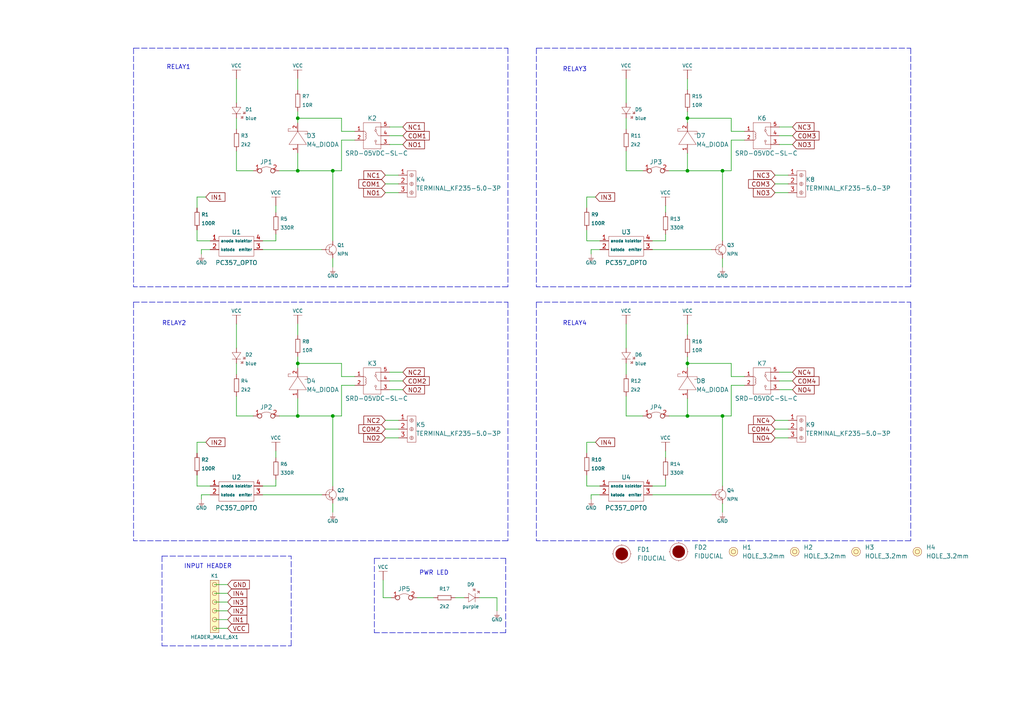
<source format=kicad_sch>
(kicad_sch (version 20211123) (generator eeschema)

  (uuid 63298ec0-59be-40b5-bd80-e5d839b3cabe)

  (paper "A4")

  (title_block
    (title "4CH relay board")
    (date "2021-07-13")
    (rev "V1.1.1.")
    (company "SOLDERED")
    (comment 1 "333022")
  )

  (lib_symbols
    (symbol "e-radionica.com schematics:0402LED" (pin_numbers hide) (pin_names (offset 0.254) hide) (in_bom yes) (on_board yes)
      (property "Reference" "D" (id 0) (at -0.635 2.54 0)
        (effects (font (size 1 1)))
      )
      (property "Value" "0402LED" (id 1) (at 0 -2.54 0)
        (effects (font (size 1 1)))
      )
      (property "Footprint" "e-radionica.com footprinti:0402LED" (id 2) (at 0 5.08 0)
        (effects (font (size 1 1)) hide)
      )
      (property "Datasheet" "" (id 3) (at 0 0 0)
        (effects (font (size 1 1)) hide)
      )
      (property "Package" "0402" (id 4) (at 0 0 0)
        (effects (font (size 1.27 1.27)) hide)
      )
      (symbol "0402LED_0_1"
        (polyline
          (pts
            (xy -0.635 1.27)
            (xy 1.27 0)
          )
          (stroke (width 0.0006) (type default) (color 0 0 0 0))
          (fill (type none))
        )
        (polyline
          (pts
            (xy 0.635 1.905)
            (xy 1.27 2.54)
          )
          (stroke (width 0.0006) (type default) (color 0 0 0 0))
          (fill (type none))
        )
        (polyline
          (pts
            (xy 1.27 1.27)
            (xy 1.27 -1.27)
          )
          (stroke (width 0.0006) (type default) (color 0 0 0 0))
          (fill (type none))
        )
        (polyline
          (pts
            (xy 1.905 1.27)
            (xy 2.54 1.905)
          )
          (stroke (width 0.0006) (type default) (color 0 0 0 0))
          (fill (type none))
        )
        (polyline
          (pts
            (xy -0.635 1.27)
            (xy -0.635 -1.27)
            (xy 1.27 0)
          )
          (stroke (width 0.0006) (type default) (color 0 0 0 0))
          (fill (type none))
        )
        (polyline
          (pts
            (xy 1.27 2.54)
            (xy 0.635 2.54)
            (xy 1.27 1.905)
            (xy 1.27 2.54)
          )
          (stroke (width 0.0006) (type default) (color 0 0 0 0))
          (fill (type none))
        )
        (polyline
          (pts
            (xy 2.54 1.905)
            (xy 1.905 1.905)
            (xy 2.54 1.27)
            (xy 2.54 1.905)
          )
          (stroke (width 0.0006) (type default) (color 0 0 0 0))
          (fill (type none))
        )
      )
      (symbol "0402LED_1_1"
        (pin passive line (at -1.905 0 0) (length 1.27)
          (name "A" (effects (font (size 1.27 1.27))))
          (number "1" (effects (font (size 1.27 1.27))))
        )
        (pin passive line (at 2.54 0 180) (length 1.27)
          (name "K" (effects (font (size 1.27 1.27))))
          (number "2" (effects (font (size 1.27 1.27))))
        )
      )
    )
    (symbol "e-radionica.com schematics:0402R" (pin_numbers hide) (pin_names (offset 0.254)) (in_bom yes) (on_board yes)
      (property "Reference" "R" (id 0) (at -1.905 1.27 0)
        (effects (font (size 1 1)))
      )
      (property "Value" "0402R" (id 1) (at 0 -1.27 0)
        (effects (font (size 1 1)))
      )
      (property "Footprint" "e-radionica.com footprinti:0402R" (id 2) (at -2.54 1.905 0)
        (effects (font (size 1 1)) hide)
      )
      (property "Datasheet" "" (id 3) (at -2.54 1.905 0)
        (effects (font (size 1 1)) hide)
      )
      (symbol "0402R_0_1"
        (rectangle (start -1.905 -0.635) (end 1.905 -0.6604)
          (stroke (width 0.1) (type default) (color 0 0 0 0))
          (fill (type none))
        )
        (rectangle (start -1.905 0.635) (end -1.8796 -0.635)
          (stroke (width 0.1) (type default) (color 0 0 0 0))
          (fill (type none))
        )
        (rectangle (start -1.905 0.635) (end 1.905 0.6096)
          (stroke (width 0.1) (type default) (color 0 0 0 0))
          (fill (type none))
        )
        (rectangle (start 1.905 0.635) (end 1.9304 -0.635)
          (stroke (width 0.1) (type default) (color 0 0 0 0))
          (fill (type none))
        )
      )
      (symbol "0402R_1_1"
        (pin passive line (at -3.175 0 0) (length 1.27)
          (name "~" (effects (font (size 1.27 1.27))))
          (number "1" (effects (font (size 1.27 1.27))))
        )
        (pin passive line (at 3.175 0 180) (length 1.27)
          (name "~" (effects (font (size 1.27 1.27))))
          (number "2" (effects (font (size 1.27 1.27))))
        )
      )
    )
    (symbol "e-radionica.com schematics:0603R" (pin_numbers hide) (pin_names (offset 0.254)) (in_bom yes) (on_board yes)
      (property "Reference" "R" (id 0) (at -1.905 1.905 0)
        (effects (font (size 1 1)))
      )
      (property "Value" "0603R" (id 1) (at 0 -1.905 0)
        (effects (font (size 1 1)))
      )
      (property "Footprint" "e-radionica.com footprinti:0603R" (id 2) (at -0.635 1.905 0)
        (effects (font (size 1 1)) hide)
      )
      (property "Datasheet" "" (id 3) (at -0.635 1.905 0)
        (effects (font (size 1 1)) hide)
      )
      (symbol "0603R_0_1"
        (rectangle (start -1.905 -0.635) (end 1.905 -0.6604)
          (stroke (width 0.1) (type default) (color 0 0 0 0))
          (fill (type none))
        )
        (rectangle (start -1.905 0.635) (end -1.8796 -0.635)
          (stroke (width 0.1) (type default) (color 0 0 0 0))
          (fill (type none))
        )
        (rectangle (start -1.905 0.635) (end 1.905 0.6096)
          (stroke (width 0.1) (type default) (color 0 0 0 0))
          (fill (type none))
        )
        (rectangle (start 1.905 0.635) (end 1.9304 -0.635)
          (stroke (width 0.1) (type default) (color 0 0 0 0))
          (fill (type none))
        )
      )
      (symbol "0603R_1_1"
        (pin passive line (at -3.175 0 0) (length 1.27)
          (name "~" (effects (font (size 1.27 1.27))))
          (number "1" (effects (font (size 1.27 1.27))))
        )
        (pin passive line (at 3.175 0 180) (length 1.27)
          (name "~" (effects (font (size 1.27 1.27))))
          (number "2" (effects (font (size 1.27 1.27))))
        )
      )
    )
    (symbol "e-radionica.com schematics:FIDUCIAL" (in_bom yes) (on_board yes)
      (property "Reference" "FD" (id 0) (at 0 3.81 0)
        (effects (font (size 1.27 1.27)))
      )
      (property "Value" "FIDUCIAL" (id 1) (at 0 -3.81 0)
        (effects (font (size 1.27 1.27)))
      )
      (property "Footprint" "e-radionica.com footprinti:FIDUCIAL_23" (id 2) (at 0.254 -5.334 0)
        (effects (font (size 1.27 1.27)) hide)
      )
      (property "Datasheet" "" (id 3) (at 0 0 0)
        (effects (font (size 1.27 1.27)) hide)
      )
      (symbol "FIDUCIAL_0_1"
        (polyline
          (pts
            (xy -2.54 0)
            (xy -2.794 0)
          )
          (stroke (width 0.0006) (type default) (color 0 0 0 0))
          (fill (type none))
        )
        (polyline
          (pts
            (xy 0 -2.54)
            (xy 0 -2.794)
          )
          (stroke (width 0.0006) (type default) (color 0 0 0 0))
          (fill (type none))
        )
        (polyline
          (pts
            (xy 0 2.54)
            (xy 0 2.794)
          )
          (stroke (width 0.0006) (type default) (color 0 0 0 0))
          (fill (type none))
        )
        (polyline
          (pts
            (xy 2.54 0)
            (xy 2.794 0)
          )
          (stroke (width 0.0006) (type default) (color 0 0 0 0))
          (fill (type none))
        )
        (circle (center 0 0) (radius 1.7961)
          (stroke (width 0.001) (type default) (color 0 0 0 0))
          (fill (type outline))
        )
        (circle (center 0 0) (radius 2.54)
          (stroke (width 0.0006) (type default) (color 0 0 0 0))
          (fill (type none))
        )
      )
    )
    (symbol "e-radionica.com schematics:GND" (power) (pin_names (offset 0)) (in_bom yes) (on_board yes)
      (property "Reference" "#PWR" (id 0) (at 4.445 0 0)
        (effects (font (size 1 1)) hide)
      )
      (property "Value" "GND" (id 1) (at 0 -2.921 0)
        (effects (font (size 1 1)))
      )
      (property "Footprint" "" (id 2) (at 4.445 3.81 0)
        (effects (font (size 1 1)) hide)
      )
      (property "Datasheet" "" (id 3) (at 4.445 3.81 0)
        (effects (font (size 1 1)) hide)
      )
      (property "ki_keywords" "power-flag" (id 4) (at 0 0 0)
        (effects (font (size 1.27 1.27)) hide)
      )
      (property "ki_description" "Power symbol creates a global label with name \"+3V3\"" (id 5) (at 0 0 0)
        (effects (font (size 1.27 1.27)) hide)
      )
      (symbol "GND_0_1"
        (polyline
          (pts
            (xy -0.762 -1.27)
            (xy 0.762 -1.27)
          )
          (stroke (width 0.0006) (type default) (color 0 0 0 0))
          (fill (type none))
        )
        (polyline
          (pts
            (xy -0.635 -1.524)
            (xy 0.635 -1.524)
          )
          (stroke (width 0.0006) (type default) (color 0 0 0 0))
          (fill (type none))
        )
        (polyline
          (pts
            (xy -0.381 -1.778)
            (xy 0.381 -1.778)
          )
          (stroke (width 0.0006) (type default) (color 0 0 0 0))
          (fill (type none))
        )
        (polyline
          (pts
            (xy -0.127 -2.032)
            (xy 0.127 -2.032)
          )
          (stroke (width 0.0006) (type default) (color 0 0 0 0))
          (fill (type none))
        )
        (polyline
          (pts
            (xy 0 0)
            (xy 0 -1.27)
          )
          (stroke (width 0.0006) (type default) (color 0 0 0 0))
          (fill (type none))
        )
      )
      (symbol "GND_1_1"
        (pin power_in line (at 0 0 270) (length 0) hide
          (name "GND" (effects (font (size 1.27 1.27))))
          (number "1" (effects (font (size 1.27 1.27))))
        )
      )
    )
    (symbol "e-radionica.com schematics:HEADER_MALE_6X1" (pin_numbers hide) (pin_names hide) (in_bom yes) (on_board yes)
      (property "Reference" "K" (id 0) (at -0.635 10.16 0)
        (effects (font (size 1 1)))
      )
      (property "Value" "HEADER_MALE_6X1" (id 1) (at 1.27 -7.62 0)
        (effects (font (size 1 1)))
      )
      (property "Footprint" "e-radionica.com footprinti:HEADER_MALE_6X1" (id 2) (at 0 0 0)
        (effects (font (size 1 1)) hide)
      )
      (property "Datasheet" "" (id 3) (at 0 0 0)
        (effects (font (size 1 1)) hide)
      )
      (symbol "HEADER_MALE_6X1_0_1"
        (circle (center 0 -5.08) (radius 0.635)
          (stroke (width 0.0006) (type default) (color 0 0 0 0))
          (fill (type none))
        )
        (circle (center 0 -2.54) (radius 0.635)
          (stroke (width 0.0006) (type default) (color 0 0 0 0))
          (fill (type none))
        )
        (circle (center 0 0) (radius 0.635)
          (stroke (width 0.0006) (type default) (color 0 0 0 0))
          (fill (type none))
        )
        (circle (center 0 2.54) (radius 0.635)
          (stroke (width 0.0006) (type default) (color 0 0 0 0))
          (fill (type none))
        )
        (circle (center 0 5.08) (radius 0.635)
          (stroke (width 0.0006) (type default) (color 0 0 0 0))
          (fill (type none))
        )
        (circle (center 0 7.62) (radius 0.635)
          (stroke (width 0.0006) (type default) (color 0 0 0 0))
          (fill (type none))
        )
        (rectangle (start 1.27 -6.35) (end -1.27 8.89)
          (stroke (width 0.001) (type default) (color 0 0 0 0))
          (fill (type background))
        )
      )
      (symbol "HEADER_MALE_6X1_1_1"
        (pin passive line (at 0 -5.08 180) (length 0)
          (name "~" (effects (font (size 0.991 0.991))))
          (number "1" (effects (font (size 0.991 0.991))))
        )
        (pin passive line (at 0 -2.54 180) (length 0)
          (name "~" (effects (font (size 0.991 0.991))))
          (number "2" (effects (font (size 0.991 0.991))))
        )
        (pin passive line (at 0 0 180) (length 0)
          (name "~" (effects (font (size 0.991 0.991))))
          (number "3" (effects (font (size 0.991 0.991))))
        )
        (pin passive line (at 0 2.54 180) (length 0)
          (name "~" (effects (font (size 0.991 0.991))))
          (number "4" (effects (font (size 0.991 0.991))))
        )
        (pin passive line (at 0 5.08 180) (length 0)
          (name "~" (effects (font (size 0.991 0.991))))
          (number "5" (effects (font (size 0.991 0.991))))
        )
        (pin passive line (at 0 7.62 180) (length 0)
          (name "~" (effects (font (size 0.991 0.991))))
          (number "6" (effects (font (size 0.991 0.991))))
        )
      )
    )
    (symbol "e-radionica.com schematics:HOLE_3.2mm" (pin_numbers hide) (pin_names hide) (in_bom yes) (on_board yes)
      (property "Reference" "H" (id 0) (at 0 2.54 0)
        (effects (font (size 1.27 1.27)))
      )
      (property "Value" "HOLE_3.2mm" (id 1) (at 0 -2.54 0)
        (effects (font (size 1.27 1.27)))
      )
      (property "Footprint" "e-radionica.com footprinti:HOLE_3.2mm" (id 2) (at 0 0 0)
        (effects (font (size 1.27 1.27)) hide)
      )
      (property "Datasheet" "" (id 3) (at 0 0 0)
        (effects (font (size 1.27 1.27)) hide)
      )
      (symbol "HOLE_3.2mm_0_1"
        (circle (center 0 0) (radius 0.635)
          (stroke (width 0.0006) (type default) (color 0 0 0 0))
          (fill (type none))
        )
        (circle (center 0 0) (radius 1.27)
          (stroke (width 0.001) (type default) (color 0 0 0 0))
          (fill (type background))
        )
      )
    )
    (symbol "e-radionica.com schematics:M4_DIODA" (pin_names hide) (in_bom yes) (on_board yes)
      (property "Reference" "D" (id 0) (at 0 3.81 0)
        (effects (font (size 1.27 1.27)))
      )
      (property "Value" "M4_DIODA" (id 1) (at 0 -4.572 0)
        (effects (font (size 1.27 1.27)))
      )
      (property "Footprint" "e-radionica.com footprinti:M4_DIODA" (id 2) (at 0 -6.35 0)
        (effects (font (size 1.27 1.27)) hide)
      )
      (property "Datasheet" "" (id 3) (at 0 0 0)
        (effects (font (size 1.27 1.27)) hide)
      )
      (symbol "M4_DIODA_0_1"
        (polyline
          (pts
            (xy -2.54 2.54)
            (xy -2.54 -2.54)
            (xy 1.27 0)
            (xy -2.54 2.54)
          )
          (stroke (width 0.0006) (type default) (color 0 0 0 0))
          (fill (type none))
        )
        (polyline
          (pts
            (xy 1.27 2.794)
            (xy 1.27 -2.794)
            (xy 0.508 -2.794)
            (xy 0.508 -2.032)
          )
          (stroke (width 0.0006) (type default) (color 0 0 0 0))
          (fill (type none))
        )
        (polyline
          (pts
            (xy 1.27 2.794)
            (xy 2.032 2.794)
            (xy 2.032 2.032)
            (xy 2.032 2.54)
          )
          (stroke (width 0.0006) (type default) (color 0 0 0 0))
          (fill (type none))
        )
      )
      (symbol "M4_DIODA_1_1"
        (pin passive line (at -5.08 0 0) (length 2.54)
          (name "A" (effects (font (size 1 1))))
          (number "1" (effects (font (size 1 1))))
        )
        (pin passive line (at 3.81 0 180) (length 2.54)
          (name "K" (effects (font (size 1 1))))
          (number "2" (effects (font (size 1 1))))
        )
      )
    )
    (symbol "e-radionica.com schematics:NPN-SOT-23-3" (pin_numbers hide) (pin_names hide) (in_bom yes) (on_board yes)
      (property "Reference" "Q" (id 0) (at -2.286 2.921 0)
        (effects (font (size 1 1)))
      )
      (property "Value" "NPN-SOT-23-3" (id 1) (at 0 -3.81 0)
        (effects (font (size 1 1)))
      )
      (property "Footprint" "e-radionica.com footprinti:SOT-23-3" (id 2) (at 0 0 0)
        (effects (font (size 1 1)) hide)
      )
      (property "Datasheet" "" (id 3) (at 0 0 0)
        (effects (font (size 1 1)) hide)
      )
      (symbol "NPN-SOT-23-3_0_1"
        (circle (center -0.508 0) (radius 1.524)
          (stroke (width 0.0006) (type default) (color 0 0 0 0))
          (fill (type none))
        )
        (polyline
          (pts
            (xy -2.032 0)
            (xy -1.016 0)
          )
          (stroke (width 0.0006) (type default) (color 0 0 0 0))
          (fill (type none))
        )
        (polyline
          (pts
            (xy -1.016 -0.381)
            (xy -0.4064 -0.9144)
          )
          (stroke (width 0.1) (type default) (color 0 0 0 0))
          (fill (type none))
        )
        (polyline
          (pts
            (xy -1.016 0.381)
            (xy 0 1.27)
          )
          (stroke (width 0.0006) (type default) (color 0 0 0 0))
          (fill (type none))
        )
        (polyline
          (pts
            (xy -1.016 1.016)
            (xy -1.016 -1.016)
          )
          (stroke (width 0.0006) (type default) (color 0 0 0 0))
          (fill (type none))
        )
        (polyline
          (pts
            (xy -0.6096 -1.1684)
            (xy -0.2032 -0.6604)
            (xy 0 -1.27)
            (xy -0.6096 -1.1684)
          )
          (stroke (width 0.0006) (type default) (color 0 0 0 0))
          (fill (type none))
        )
      )
      (symbol "NPN-SOT-23-3_1_1"
        (pin passive line (at -3.175 0 0) (length 1.27)
          (name "B" (effects (font (size 1 1))))
          (number "1" (effects (font (size 1 1))))
        )
        (pin passive line (at 0 -2.54 90) (length 1.27)
          (name "E" (effects (font (size 1 1))))
          (number "2" (effects (font (size 1 1))))
        )
        (pin passive line (at 0 2.54 270) (length 1.27)
          (name "C" (effects (font (size 1 1))))
          (number "3" (effects (font (size 1 1))))
        )
      )
    )
    (symbol "e-radionica.com schematics:PC357_OPTO" (in_bom yes) (on_board yes)
      (property "Reference" "U" (id 0) (at 0 5.08 0)
        (effects (font (size 1.27 1.27)))
      )
      (property "Value" "PC357_OPTO" (id 1) (at 0 -5.08 0)
        (effects (font (size 1.27 1.27)))
      )
      (property "Footprint" "e-radionica.com footprinti:PC357_OPTO" (id 2) (at 0 0 0)
        (effects (font (size 1.27 1.27)) hide)
      )
      (property "Datasheet" "" (id 3) (at 0 0 0)
        (effects (font (size 1.27 1.27)) hide)
      )
      (symbol "PC357_OPTO_0_1"
        (rectangle (start -5.08 2.54) (end 5.08 -3.175)
          (stroke (width 0.0006) (type default) (color 0 0 0 0))
          (fill (type none))
        )
      )
      (symbol "PC357_OPTO_1_1"
        (pin passive line (at -7.62 1.27 0) (length 2.54)
          (name "anoda" (effects (font (size 0.8 0.8))))
          (number "1" (effects (font (size 1.27 1.27))))
        )
        (pin passive line (at -7.62 -1.27 0) (length 2.54)
          (name "katoda" (effects (font (size 0.8 0.8))))
          (number "2" (effects (font (size 1.27 1.27))))
        )
        (pin passive line (at 7.62 -1.27 180) (length 2.54)
          (name "emiter" (effects (font (size 0.8 0.8))))
          (number "3" (effects (font (size 1.27 1.27))))
        )
        (pin passive line (at 7.62 1.27 180) (length 2.54)
          (name "kolektor" (effects (font (size 0.8 0.8))))
          (number "4" (effects (font (size 1.27 1.27))))
        )
      )
    )
    (symbol "e-radionica.com schematics:SMD-JUMPER-CONNECTED_TRACE_SLODERMASK" (in_bom yes) (on_board yes)
      (property "Reference" "JP" (id 0) (at 0 3.556 0)
        (effects (font (size 1.27 1.27)))
      )
      (property "Value" "SMD-JUMPER-CONNECTED_TRACE_SLODERMASK" (id 1) (at 0 -2.54 0)
        (effects (font (size 1.27 1.27)))
      )
      (property "Footprint" "e-radionica.com footprinti:SMD-JUMPER-CONNECTED_TRACE_SLODERMASK" (id 2) (at 0 -5.715 0)
        (effects (font (size 1.27 1.27)) hide)
      )
      (property "Datasheet" "" (id 3) (at 0 0 0)
        (effects (font (size 1.27 1.27)) hide)
      )
      (symbol "SMD-JUMPER-CONNECTED_TRACE_SLODERMASK_0_1"
        (arc (start 1.397 0.5842) (mid -0.2077 1.1365) (end -1.8034 0.5588)
          (stroke (width 0.0006) (type default) (color 0 0 0 0))
          (fill (type none))
        )
      )
      (symbol "SMD-JUMPER-CONNECTED_TRACE_SLODERMASK_1_1"
        (pin passive inverted (at -4.064 0 0) (length 2.54)
          (name "" (effects (font (size 1.27 1.27))))
          (number "1" (effects (font (size 1.27 1.27))))
        )
        (pin passive inverted (at 3.556 0 180) (length 2.54)
          (name "" (effects (font (size 1.27 1.27))))
          (number "2" (effects (font (size 1.27 1.27))))
        )
      )
    )
    (symbol "e-radionica.com schematics:SRD_RELAY_5V" (in_bom yes) (on_board yes)
      (property "Reference" "K" (id 0) (at 0 3.81 0)
        (effects (font (size 1.27 1.27)))
      )
      (property "Value" "SRD_RELAY_5V" (id 1) (at 0 -6.35 0)
        (effects (font (size 1.27 1.27)))
      )
      (property "Footprint" "e-radionica.com footprinti:SRD_RELAY_5V" (id 2) (at 1.27 -8.89 0)
        (effects (font (size 1.27 1.27)) hide)
      )
      (property "Datasheet" "" (id 3) (at 0 0 0)
        (effects (font (size 1.27 1.27)) hide)
      )
      (symbol "SRD_RELAY_5V_0_1"
        (arc (start -1.9929 -0.9525) (mid -1.7121 -0.635) (end -1.9929 -0.3175)
          (stroke (width 0.0006) (type default) (color 0 0 0 0))
          (fill (type none))
        )
        (arc (start -1.9929 -0.3175) (mid -1.7121 0) (end -1.9929 0.3175)
          (stroke (width 0.0006) (type default) (color 0 0 0 0))
          (fill (type none))
        )
        (arc (start -1.9929 0.3175) (mid -1.7121 0.635) (end -1.9929 0.9525)
          (stroke (width 0.0006) (type default) (color 0 0 0 0))
          (fill (type none))
        )
        (polyline
          (pts
            (xy -2.54 -1.27)
            (xy -2.032 -1.27)
            (xy -2.032 -1.016)
          )
          (stroke (width 0.0006) (type default) (color 0 0 0 0))
          (fill (type none))
        )
        (polyline
          (pts
            (xy -2.54 1.27)
            (xy -2.032 1.27)
            (xy -2.032 1.016)
          )
          (stroke (width 0.0006) (type default) (color 0 0 0 0))
          (fill (type none))
        )
        (polyline
          (pts
            (xy 2.54 0)
            (xy 1.778 0)
            (xy 1.016 1.27)
          )
          (stroke (width 0.0006) (type default) (color 0 0 0 0))
          (fill (type none))
        )
        (polyline
          (pts
            (xy 2.54 2.54)
            (xy 1.016 2.54)
            (xy 1.016 1.778)
          )
          (stroke (width 0.0006) (type default) (color 0 0 0 0))
          (fill (type none))
        )
        (polyline
          (pts
            (xy 2.54 -2.54)
            (xy 2.032 -2.54)
            (xy 1.016 -2.54)
            (xy 1.016 -1.778)
          )
          (stroke (width 0.0006) (type default) (color 0 0 0 0))
          (fill (type none))
        )
        (circle (center 1.016 -1.524) (radius 0.254)
          (stroke (width 0.0008) (type default) (color 0 0 0 0))
          (fill (type none))
        )
        (circle (center 1.016 1.524) (radius 0.254)
          (stroke (width 0.0006) (type default) (color 0 0 0 0))
          (fill (type none))
        )
        (rectangle (start 2.54 3.81) (end -2.54 -3.81)
          (stroke (width 0.0006) (type default) (color 0 0 0 0))
          (fill (type none))
        )
      )
      (symbol "SRD_RELAY_5V_1_1"
        (pin passive line (at -5.08 1.27 0) (length 2.54)
          (name "" (effects (font (size 1 1))))
          (number "1" (effects (font (size 1 1))))
        )
        (pin passive line (at -5.08 -1.27 0) (length 2.54)
          (name "" (effects (font (size 1 1))))
          (number "2" (effects (font (size 1 1))))
        )
        (pin passive line (at 5.08 -2.54 180) (length 2.54)
          (name "" (effects (font (size 1 1))))
          (number "3" (effects (font (size 1 1))))
        )
        (pin passive line (at 5.08 0 180) (length 2.54)
          (name "" (effects (font (size 1 1))))
          (number "4" (effects (font (size 1 1))))
        )
        (pin passive line (at 5.08 2.54 180) (length 2.54)
          (name "" (effects (font (size 1 1))))
          (number "5" (effects (font (size 1 1))))
        )
      )
    )
    (symbol "e-radionica.com schematics:TERMINAL_KF235-5.0-3P" (in_bom yes) (on_board yes)
      (property "Reference" "K" (id 0) (at 0 5.08 0)
        (effects (font (size 1.27 1.27)))
      )
      (property "Value" "TERMINAL_KF235-5.0-3P" (id 1) (at 0 -5.08 0)
        (effects (font (size 1.27 1.27)))
      )
      (property "Footprint" "e-radionica.com footprinti:TERMINAL_KF235-5.0-3P" (id 2) (at 0 -7.62 0)
        (effects (font (size 1.27 1.27)) hide)
      )
      (property "Datasheet" "" (id 3) (at 0 0 0)
        (effects (font (size 1.27 1.27)) hide)
      )
      (symbol "TERMINAL_KF235-5.0-3P_0_1"
        (rectangle (start -1.27 3.81) (end 1.27 -3.81)
          (stroke (width 0.0006) (type default) (color 0 0 0 0))
          (fill (type none))
        )
        (circle (center 0 -2.54) (radius 0.508)
          (stroke (width 0.0006) (type default) (color 0 0 0 0))
          (fill (type none))
        )
        (polyline
          (pts
            (xy -0.254 -2.54)
            (xy 0.254 -2.54)
          )
          (stroke (width 0.0006) (type default) (color 0 0 0 0))
          (fill (type none))
        )
        (polyline
          (pts
            (xy -0.254 0)
            (xy 0.254 0)
          )
          (stroke (width 0.0006) (type default) (color 0 0 0 0))
          (fill (type none))
        )
        (polyline
          (pts
            (xy -0.254 2.54)
            (xy 0.254 2.54)
          )
          (stroke (width 0.0006) (type default) (color 0 0 0 0))
          (fill (type none))
        )
        (polyline
          (pts
            (xy 0 -2.032)
            (xy 0 -3.048)
          )
          (stroke (width 0.0006) (type default) (color 0 0 0 0))
          (fill (type none))
        )
        (polyline
          (pts
            (xy 0 0.508)
            (xy 0 -0.508)
          )
          (stroke (width 0.0006) (type default) (color 0 0 0 0))
          (fill (type none))
        )
        (polyline
          (pts
            (xy 0 3.048)
            (xy 0 2.032)
          )
          (stroke (width 0.0006) (type default) (color 0 0 0 0))
          (fill (type none))
        )
        (circle (center 0 0) (radius 0.508)
          (stroke (width 0.0006) (type default) (color 0 0 0 0))
          (fill (type none))
        )
        (circle (center 0 2.54) (radius 0.508)
          (stroke (width 0.0006) (type default) (color 0 0 0 0))
          (fill (type none))
        )
      )
      (symbol "TERMINAL_KF235-5.0-3P_1_1"
        (pin input line (at -3.81 2.54 0) (length 2.54)
          (name "~" (effects (font (size 1.27 1.27))))
          (number "1" (effects (font (size 1.27 1.27))))
        )
        (pin input line (at -3.81 0 0) (length 2.54)
          (name "~" (effects (font (size 1.27 1.27))))
          (number "2" (effects (font (size 1.27 1.27))))
        )
        (pin input line (at -3.81 -2.54 0) (length 2.54)
          (name "~" (effects (font (size 1.27 1.27))))
          (number "3" (effects (font (size 1.27 1.27))))
        )
      )
    )
    (symbol "e-radionica.com schematics:VCC" (power) (pin_names (offset 0)) (in_bom yes) (on_board yes)
      (property "Reference" "#PWR" (id 0) (at 4.445 0 0)
        (effects (font (size 1 1)) hide)
      )
      (property "Value" "VCC" (id 1) (at 0 3.556 0)
        (effects (font (size 1 1)))
      )
      (property "Footprint" "" (id 2) (at 4.445 3.81 0)
        (effects (font (size 1 1)) hide)
      )
      (property "Datasheet" "" (id 3) (at 4.445 3.81 0)
        (effects (font (size 1 1)) hide)
      )
      (property "ki_keywords" "power-flag" (id 4) (at 0 0 0)
        (effects (font (size 1.27 1.27)) hide)
      )
      (property "ki_description" "Power symbol creates a global label with name \"+3V3\"" (id 5) (at 0 0 0)
        (effects (font (size 1.27 1.27)) hide)
      )
      (symbol "VCC_0_1"
        (polyline
          (pts
            (xy -1.27 2.54)
            (xy 1.27 2.54)
          )
          (stroke (width 0.0006) (type default) (color 0 0 0 0))
          (fill (type none))
        )
        (polyline
          (pts
            (xy 0 0)
            (xy 0 2.54)
          )
          (stroke (width 0) (type default) (color 0 0 0 0))
          (fill (type none))
        )
      )
      (symbol "VCC_1_1"
        (pin power_in line (at 0 0 90) (length 0) hide
          (name "VCC" (effects (font (size 1.27 1.27))))
          (number "1" (effects (font (size 1.27 1.27))))
        )
      )
    )
  )

  (junction (at 96.52 120.65) (diameter 0.9144) (color 0 0 0 0)
    (uuid 182b2d54-931d-49d6-9f39-60a752623e36)
  )
  (junction (at 199.39 49.53) (diameter 0.9144) (color 0 0 0 0)
    (uuid 2dc272bd-3aa2-45b5-889d-1d3c8aac80f8)
  )
  (junction (at 199.39 34.29) (diameter 0.9144) (color 0 0 0 0)
    (uuid 5114c7bf-b955-49f3-a0a8-4b954c81bde0)
  )
  (junction (at 209.55 49.53) (diameter 0.9144) (color 0 0 0 0)
    (uuid 5bcace5d-edd0-4e19-92d0-835e43cf8eb2)
  )
  (junction (at 199.39 105.41) (diameter 0.9144) (color 0 0 0 0)
    (uuid 6c2d26bc-6eca-436c-8025-79f817bf57d6)
  )
  (junction (at 86.36 34.29) (diameter 0.9144) (color 0 0 0 0)
    (uuid 789ca812-3e0c-4a3f-97bc-a916dd9bce80)
  )
  (junction (at 86.36 120.65) (diameter 0.9144) (color 0 0 0 0)
    (uuid a17904b9-135e-4dae-ae20-401c7787de72)
  )
  (junction (at 209.55 120.65) (diameter 0.9144) (color 0 0 0 0)
    (uuid bd065eaf-e495-4837-bdb3-129934de1fc7)
  )
  (junction (at 199.39 120.65) (diameter 0.9144) (color 0 0 0 0)
    (uuid cb24efdd-07c6-4317-9277-131625b065ac)
  )
  (junction (at 86.36 105.41) (diameter 0.9144) (color 0 0 0 0)
    (uuid cdfb07af-801b-44ba-8c30-d021a6ad3039)
  )
  (junction (at 86.36 49.53) (diameter 0.9144) (color 0 0 0 0)
    (uuid e6b860cc-cb76-4220-acfb-68f1eb348bfa)
  )
  (junction (at 96.52 49.53) (diameter 0.9144) (color 0 0 0 0)
    (uuid f202141e-c20d-4cac-b016-06a44f2ecce8)
  )

  (wire (pts (xy 181.61 49.53) (xy 186.436 49.53))
    (stroke (width 0) (type solid) (color 0 0 0 0))
    (uuid 028b4a8b-3c1e-4595-a5af-7a1b71285873)
  )
  (wire (pts (xy 199.39 22.86) (xy 199.39 26.035))
    (stroke (width 0) (type solid) (color 0 0 0 0))
    (uuid 0750e383-1eb5-49fd-a906-7d6e888babf4)
  )
  (wire (pts (xy 113.03 41.91) (xy 116.84 41.91))
    (stroke (width 0) (type solid) (color 0 0 0 0))
    (uuid 08d06c76-b350-454f-a6f1-a9ecca7b5f00)
  )
  (wire (pts (xy 199.39 34.29) (xy 199.39 35.56))
    (stroke (width 0) (type solid) (color 0 0 0 0))
    (uuid 098b1c2f-ca22-4891-84a8-390d81f2dc1f)
  )
  (wire (pts (xy 193.04 67.945) (xy 193.04 69.85))
    (stroke (width 0) (type solid) (color 0 0 0 0))
    (uuid 0dc6dc1c-25fb-432a-8e4a-ee13d4bc9a42)
  )
  (wire (pts (xy 86.36 120.65) (xy 96.52 120.65))
    (stroke (width 0) (type solid) (color 0 0 0 0))
    (uuid 0fd0c160-a69a-4ee9-b3d5-dab6bb849ba7)
  )
  (polyline (pts (xy 264.16 83.185) (xy 155.575 83.185))
    (stroke (width 0) (type dash) (color 0 0 0 0))
    (uuid 12d90322-0f05-414a-b25b-948d535d1463)
  )

  (wire (pts (xy 60.96 72.39) (xy 58.42 72.39))
    (stroke (width 0) (type solid) (color 0 0 0 0))
    (uuid 13138dac-513e-488f-b8b0-5b9acef07a72)
  )
  (wire (pts (xy 199.39 105.41) (xy 212.09 105.41))
    (stroke (width 0) (type solid) (color 0 0 0 0))
    (uuid 15f52a86-c148-4f43-9894-2153f5e7d005)
  )
  (polyline (pts (xy 147.32 156.845) (xy 38.735 156.845))
    (stroke (width 0) (type dash) (color 0 0 0 0))
    (uuid 17eef8a2-a864-4bdf-80d8-291e7a5256ab)
  )

  (wire (pts (xy 170.18 69.85) (xy 170.18 66.675))
    (stroke (width 0) (type solid) (color 0 0 0 0))
    (uuid 19692528-f649-46a0-a19d-55ae4d134460)
  )
  (polyline (pts (xy 46.99 161.29) (xy 46.99 187.325))
    (stroke (width 0) (type dash) (color 0 0 0 0))
    (uuid 1c5a269f-c15d-458c-adb0-5c783830f7ba)
  )
  (polyline (pts (xy 46.99 161.29) (xy 84.455 161.29))
    (stroke (width 0) (type dash) (color 0 0 0 0))
    (uuid 1c5a269f-c15d-458c-adb0-5c783830f7bb)
  )
  (polyline (pts (xy 46.99 187.325) (xy 84.455 187.325))
    (stroke (width 0) (type dash) (color 0 0 0 0))
    (uuid 1c5a269f-c15d-458c-adb0-5c783830f7bc)
  )
  (polyline (pts (xy 84.455 187.325) (xy 84.455 161.29))
    (stroke (width 0) (type dash) (color 0 0 0 0))
    (uuid 1c5a269f-c15d-458c-adb0-5c783830f7bd)
  )

  (wire (pts (xy 199.39 120.65) (xy 199.39 115.57))
    (stroke (width 0) (type solid) (color 0 0 0 0))
    (uuid 1cf3bb16-0046-4d47-956f-c85a961ec787)
  )
  (wire (pts (xy 170.18 131.445) (xy 170.18 128.27))
    (stroke (width 0) (type solid) (color 0 0 0 0))
    (uuid 1d444b43-0ab1-409f-9e8a-955e2dad5abc)
  )
  (polyline (pts (xy 146.685 161.925) (xy 146.685 183.515))
    (stroke (width 0) (type dash) (color 0 0 0 0))
    (uuid 1ef20f67-c78c-447a-ada8-2c0f0d1bfef4)
  )

  (wire (pts (xy 113.03 110.49) (xy 116.84 110.49))
    (stroke (width 0) (type solid) (color 0 0 0 0))
    (uuid 1f482b50-b81c-47a1-93d8-3bf8f35db164)
  )
  (wire (pts (xy 80.01 67.945) (xy 80.01 69.85))
    (stroke (width 0) (type solid) (color 0 0 0 0))
    (uuid 20ced240-f085-4070-b439-6880d524155f)
  )
  (wire (pts (xy 96.52 120.65) (xy 96.52 140.97))
    (stroke (width 0) (type solid) (color 0 0 0 0))
    (uuid 2500458f-858f-4c29-a29d-2b6c07c7f838)
  )
  (wire (pts (xy 81.026 120.65) (xy 86.36 120.65))
    (stroke (width 0) (type solid) (color 0 0 0 0))
    (uuid 27942576-11ea-4335-94b6-b0a68b9a77b4)
  )
  (wire (pts (xy 144.145 173.355) (xy 144.145 177.165))
    (stroke (width 0) (type solid) (color 0 0 0 0))
    (uuid 285a7bce-2c7d-4527-aa6a-5ad377bf66b8)
  )
  (wire (pts (xy 132.08 173.355) (xy 134.62 173.355))
    (stroke (width 0) (type solid) (color 0 0 0 0))
    (uuid 2d5f0572-46cc-4554-a3fb-1858c0d659cb)
  )
  (wire (pts (xy 68.58 34.29) (xy 68.58 37.465))
    (stroke (width 0) (type solid) (color 0 0 0 0))
    (uuid 2e751c4a-4abf-4224-97c4-ba6478a6c6f1)
  )
  (wire (pts (xy 226.06 41.91) (xy 229.87 41.91))
    (stroke (width 0) (type solid) (color 0 0 0 0))
    (uuid 3397f72f-df07-49fa-b5ac-84162f6dfbbf)
  )
  (wire (pts (xy 193.04 130.81) (xy 193.04 132.715))
    (stroke (width 0) (type solid) (color 0 0 0 0))
    (uuid 33cb89aa-e7aa-4908-86c7-aa5bbeaac500)
  )
  (wire (pts (xy 171.45 72.39) (xy 171.45 73.66))
    (stroke (width 0) (type solid) (color 0 0 0 0))
    (uuid 355697ae-8177-41c1-b12b-5694ef43b2e3)
  )
  (wire (pts (xy 62.23 174.625) (xy 66.04 174.625))
    (stroke (width 0) (type solid) (color 0 0 0 0))
    (uuid 365b295c-ba5c-4051-bc6a-2fd6a83823f9)
  )
  (wire (pts (xy 86.36 34.29) (xy 99.06 34.29))
    (stroke (width 0) (type solid) (color 0 0 0 0))
    (uuid 379049e2-5e7d-48ec-b07f-360961e909b6)
  )
  (wire (pts (xy 194.056 49.53) (xy 199.39 49.53))
    (stroke (width 0) (type solid) (color 0 0 0 0))
    (uuid 37f0397d-44c2-433d-90e2-aacc6fe65ed0)
  )
  (wire (pts (xy 113.03 39.37) (xy 116.84 39.37))
    (stroke (width 0) (type solid) (color 0 0 0 0))
    (uuid 39091a6c-5c1c-41ac-a51d-96d7246d3c81)
  )
  (wire (pts (xy 68.58 114.935) (xy 68.58 120.65))
    (stroke (width 0) (type solid) (color 0 0 0 0))
    (uuid 39391b04-8802-4895-be2e-f87be4707d14)
  )
  (wire (pts (xy 209.55 146.05) (xy 209.55 148.59))
    (stroke (width 0) (type solid) (color 0 0 0 0))
    (uuid 3c99aca3-399e-40e9-ae22-3b036075f18d)
  )
  (wire (pts (xy 68.58 93.98) (xy 68.58 100.965))
    (stroke (width 0) (type solid) (color 0 0 0 0))
    (uuid 3f615b20-e245-4b4e-802a-e9132e260a11)
  )
  (wire (pts (xy 181.61 43.815) (xy 181.61 49.53))
    (stroke (width 0) (type solid) (color 0 0 0 0))
    (uuid 3fe49172-9260-472a-a2bd-c4fbaf697313)
  )
  (wire (pts (xy 224.79 55.88) (xy 228.6 55.88))
    (stroke (width 0) (type solid) (color 0 0 0 0))
    (uuid 4016bd95-f1a0-4481-8c71-3efb89d23d88)
  )
  (wire (pts (xy 102.87 111.76) (xy 99.06 111.76))
    (stroke (width 0) (type solid) (color 0 0 0 0))
    (uuid 4218ab79-ca41-45d4-80da-6d21e3d467bf)
  )
  (wire (pts (xy 199.39 34.29) (xy 212.09 34.29))
    (stroke (width 0) (type solid) (color 0 0 0 0))
    (uuid 46cf16c9-5dbe-4c11-91b1-b6916fd93a37)
  )
  (wire (pts (xy 194.056 120.65) (xy 199.39 120.65))
    (stroke (width 0) (type solid) (color 0 0 0 0))
    (uuid 47498880-1a92-423a-aadb-80d2a5e44e6a)
  )
  (wire (pts (xy 173.99 140.97) (xy 170.18 140.97))
    (stroke (width 0) (type solid) (color 0 0 0 0))
    (uuid 4a450be6-7461-4c3d-8732-3f26611f186f)
  )
  (wire (pts (xy 181.61 105.41) (xy 181.61 108.585))
    (stroke (width 0) (type solid) (color 0 0 0 0))
    (uuid 4da14c01-98b3-46d4-8964-6e3313122c11)
  )
  (wire (pts (xy 60.96 143.51) (xy 58.42 143.51))
    (stroke (width 0) (type solid) (color 0 0 0 0))
    (uuid 4f31489a-39c5-44bd-8590-0d4cd12ec037)
  )
  (wire (pts (xy 86.36 32.385) (xy 86.36 34.29))
    (stroke (width 0) (type solid) (color 0 0 0 0))
    (uuid 4f3cf0f3-70e1-492f-9b29-8ba7c7a5e978)
  )
  (wire (pts (xy 199.39 93.98) (xy 199.39 97.155))
    (stroke (width 0) (type solid) (color 0 0 0 0))
    (uuid 4f59d275-a9a3-430c-a24a-e3500bb4d33d)
  )
  (wire (pts (xy 80.01 139.065) (xy 80.01 140.97))
    (stroke (width 0) (type solid) (color 0 0 0 0))
    (uuid 5114f870-3123-4c8b-bb88-c5b61daba4c2)
  )
  (wire (pts (xy 199.39 32.385) (xy 199.39 34.29))
    (stroke (width 0) (type solid) (color 0 0 0 0))
    (uuid 52432231-e516-4e88-bcae-3b17b82762ca)
  )
  (wire (pts (xy 181.61 120.65) (xy 186.436 120.65))
    (stroke (width 0) (type solid) (color 0 0 0 0))
    (uuid 52702859-95db-45ee-b3ef-15126edf33af)
  )
  (wire (pts (xy 62.23 182.245) (xy 66.04 182.245))
    (stroke (width 0) (type solid) (color 0 0 0 0))
    (uuid 52b17296-1adb-4898-b069-18ac4546c427)
  )
  (wire (pts (xy 57.15 131.445) (xy 57.15 128.27))
    (stroke (width 0) (type solid) (color 0 0 0 0))
    (uuid 52bb9157-e084-4411-aec8-cd00d4edbafe)
  )
  (polyline (pts (xy 38.735 13.97) (xy 38.735 83.185))
    (stroke (width 0) (type dash) (color 0 0 0 0))
    (uuid 536c9e56-329b-4cb6-9480-66c5ffad303a)
  )
  (polyline (pts (xy 38.735 13.97) (xy 147.32 13.97))
    (stroke (width 0) (type dash) (color 0 0 0 0))
    (uuid 536c9e56-329b-4cb6-9480-66c5ffad303b)
  )
  (polyline (pts (xy 147.32 13.97) (xy 147.32 83.185))
    (stroke (width 0) (type dash) (color 0 0 0 0))
    (uuid 536c9e56-329b-4cb6-9480-66c5ffad303c)
  )
  (polyline (pts (xy 147.32 83.185) (xy 38.735 83.185))
    (stroke (width 0) (type dash) (color 0 0 0 0))
    (uuid 536c9e56-329b-4cb6-9480-66c5ffad303d)
  )

  (wire (pts (xy 181.61 93.98) (xy 181.61 100.965))
    (stroke (width 0) (type solid) (color 0 0 0 0))
    (uuid 54e99705-d63f-49b3-8d65-328d133baed4)
  )
  (wire (pts (xy 96.52 74.93) (xy 96.52 77.47))
    (stroke (width 0) (type solid) (color 0 0 0 0))
    (uuid 558165c2-0e51-44c2-bb16-93b8c2886fec)
  )
  (wire (pts (xy 181.61 34.29) (xy 181.61 37.465))
    (stroke (width 0) (type solid) (color 0 0 0 0))
    (uuid 5657ed3f-8001-44b4-822e-457be2362f7e)
  )
  (wire (pts (xy 99.06 109.22) (xy 99.06 105.41))
    (stroke (width 0) (type solid) (color 0 0 0 0))
    (uuid 59f902ae-a303-4a32-b445-ece4f621e0e3)
  )
  (wire (pts (xy 102.87 40.64) (xy 99.06 40.64))
    (stroke (width 0) (type solid) (color 0 0 0 0))
    (uuid 5c841e89-62ab-4152-87db-822df4da9de1)
  )
  (wire (pts (xy 181.61 22.86) (xy 181.61 29.845))
    (stroke (width 0) (type solid) (color 0 0 0 0))
    (uuid 5d5d8464-4e4d-4d2d-a056-18bccb802a7a)
  )
  (wire (pts (xy 189.23 69.85) (xy 193.04 69.85))
    (stroke (width 0) (type solid) (color 0 0 0 0))
    (uuid 5e6a37e6-2f05-4550-b1df-dda1d075fde8)
  )
  (wire (pts (xy 76.2 140.97) (xy 80.01 140.97))
    (stroke (width 0) (type solid) (color 0 0 0 0))
    (uuid 5e87963d-ed84-4089-88f9-7076427c3a13)
  )
  (wire (pts (xy 189.23 140.97) (xy 193.04 140.97))
    (stroke (width 0) (type solid) (color 0 0 0 0))
    (uuid 5edb73be-8819-437f-9d20-86151f4ffaae)
  )
  (wire (pts (xy 209.55 120.65) (xy 212.09 120.65))
    (stroke (width 0) (type solid) (color 0 0 0 0))
    (uuid 618f6ec1-2127-474d-99b7-b59e6a49238a)
  )
  (wire (pts (xy 226.06 36.83) (xy 229.87 36.83))
    (stroke (width 0) (type solid) (color 0 0 0 0))
    (uuid 61dfa002-14f9-4025-912a-28ded29a40a0)
  )
  (wire (pts (xy 111.76 121.92) (xy 115.57 121.92))
    (stroke (width 0) (type solid) (color 0 0 0 0))
    (uuid 63152116-e214-4a25-a042-b20c01d2b1a7)
  )
  (wire (pts (xy 68.58 120.65) (xy 73.406 120.65))
    (stroke (width 0) (type solid) (color 0 0 0 0))
    (uuid 65e2a7c5-7202-470c-bf1d-4d181b78e158)
  )
  (wire (pts (xy 226.06 39.37) (xy 229.87 39.37))
    (stroke (width 0) (type solid) (color 0 0 0 0))
    (uuid 673bd66d-9f30-489c-a7c8-d17f9b5b00c9)
  )
  (wire (pts (xy 76.2 72.39) (xy 93.345 72.39))
    (stroke (width 0) (type solid) (color 0 0 0 0))
    (uuid 6a4b83e0-5607-458a-9a58-c479aa60fcdd)
  )
  (wire (pts (xy 209.55 74.93) (xy 209.55 77.47))
    (stroke (width 0) (type solid) (color 0 0 0 0))
    (uuid 6b551180-1b1d-48dc-aa67-192b0713762a)
  )
  (wire (pts (xy 86.36 105.41) (xy 86.36 106.68))
    (stroke (width 0) (type solid) (color 0 0 0 0))
    (uuid 6d9e8e8c-7bae-4684-bde5-a469526bb6d5)
  )
  (wire (pts (xy 199.39 103.505) (xy 199.39 105.41))
    (stroke (width 0) (type solid) (color 0 0 0 0))
    (uuid 6db0ea19-b607-4ca9-85cb-37fdd4c9472d)
  )
  (polyline (pts (xy 155.575 13.97) (xy 264.16 13.97))
    (stroke (width 0) (type dash) (color 0 0 0 0))
    (uuid 6dfa0af7-59da-4cec-825a-47396bcc4682)
  )

  (wire (pts (xy 224.79 121.92) (xy 228.6 121.92))
    (stroke (width 0) (type solid) (color 0 0 0 0))
    (uuid 6e5d09ca-aa0f-4a0c-bd22-962740af8c71)
  )
  (wire (pts (xy 170.18 57.15) (xy 172.72 57.15))
    (stroke (width 0) (type solid) (color 0 0 0 0))
    (uuid 73b8d51b-0b0b-4a6f-b3fb-54b987cf29c9)
  )
  (wire (pts (xy 199.39 120.65) (xy 209.55 120.65))
    (stroke (width 0) (type solid) (color 0 0 0 0))
    (uuid 73db9aeb-6e83-4a5b-b484-7b532ff667fd)
  )
  (wire (pts (xy 81.026 49.53) (xy 86.36 49.53))
    (stroke (width 0) (type solid) (color 0 0 0 0))
    (uuid 74c08f20-1cf6-422c-8666-1c5c886d60ef)
  )
  (wire (pts (xy 68.58 49.53) (xy 73.406 49.53))
    (stroke (width 0) (type solid) (color 0 0 0 0))
    (uuid 75b586a4-325f-4b43-8bee-d800ce26f6e2)
  )
  (wire (pts (xy 68.58 22.86) (xy 68.58 29.845))
    (stroke (width 0) (type solid) (color 0 0 0 0))
    (uuid 76122bc2-8e72-4a55-8b31-af9493c00270)
  )
  (wire (pts (xy 215.9 40.64) (xy 212.09 40.64))
    (stroke (width 0) (type solid) (color 0 0 0 0))
    (uuid 781b9d1c-6598-4435-871f-388bed6ad9bb)
  )
  (wire (pts (xy 212.09 111.76) (xy 212.09 120.65))
    (stroke (width 0) (type solid) (color 0 0 0 0))
    (uuid 7a29ddba-cc9f-4830-ab54-eb232896680a)
  )
  (wire (pts (xy 86.36 49.53) (xy 86.36 44.45))
    (stroke (width 0) (type solid) (color 0 0 0 0))
    (uuid 7a4d9d75-ad34-46ba-93f5-fb4aaa19aca2)
  )
  (wire (pts (xy 80.01 59.69) (xy 80.01 61.595))
    (stroke (width 0) (type solid) (color 0 0 0 0))
    (uuid 7a96f93e-654c-4aac-939f-ada28cd99f17)
  )
  (wire (pts (xy 111.76 50.8) (xy 115.57 50.8))
    (stroke (width 0) (type solid) (color 0 0 0 0))
    (uuid 7b4b6acb-e082-4eb9-a996-2e1f045fcb41)
  )
  (wire (pts (xy 215.9 38.1) (xy 212.09 38.1))
    (stroke (width 0) (type solid) (color 0 0 0 0))
    (uuid 7ba6eb0e-4e7e-42d7-b85b-80f38f3f8471)
  )
  (wire (pts (xy 209.55 49.53) (xy 212.09 49.53))
    (stroke (width 0) (type solid) (color 0 0 0 0))
    (uuid 7be5f7ef-358e-48ef-806c-aa9add22b27f)
  )
  (wire (pts (xy 57.15 140.97) (xy 57.15 137.795))
    (stroke (width 0) (type solid) (color 0 0 0 0))
    (uuid 7c9e63fd-a63d-41a9-b209-052685f2ca8b)
  )
  (wire (pts (xy 68.58 43.815) (xy 68.58 49.53))
    (stroke (width 0) (type solid) (color 0 0 0 0))
    (uuid 7f5d73fe-e6dd-453a-863c-d0fc611188ef)
  )
  (wire (pts (xy 80.01 130.81) (xy 80.01 132.715))
    (stroke (width 0) (type solid) (color 0 0 0 0))
    (uuid 8033ba4a-31a4-4eac-967a-9614326cca88)
  )
  (wire (pts (xy 224.79 53.34) (xy 228.6 53.34))
    (stroke (width 0) (type solid) (color 0 0 0 0))
    (uuid 805acd92-8211-4542-963d-c2f1acca84ec)
  )
  (wire (pts (xy 189.23 72.39) (xy 206.375 72.39))
    (stroke (width 0) (type solid) (color 0 0 0 0))
    (uuid 836a34b3-9bac-494e-babf-2707b2c80544)
  )
  (wire (pts (xy 62.23 172.085) (xy 66.04 172.085))
    (stroke (width 0) (type solid) (color 0 0 0 0))
    (uuid 861b4373-9943-422b-9ef5-1daadffdd8ee)
  )
  (polyline (pts (xy 264.16 156.845) (xy 155.575 156.845))
    (stroke (width 0) (type dash) (color 0 0 0 0))
    (uuid 89465cfc-a7c2-4508-9baa-7ab52b40c155)
  )

  (wire (pts (xy 171.45 143.51) (xy 171.45 144.78))
    (stroke (width 0) (type solid) (color 0 0 0 0))
    (uuid 8c1db1b9-9b36-4e6f-acfc-ad38d1e3b757)
  )
  (wire (pts (xy 86.36 93.98) (xy 86.36 97.155))
    (stroke (width 0) (type solid) (color 0 0 0 0))
    (uuid 8c5ced6a-a25f-4118-9c07-56bc164cea94)
  )
  (wire (pts (xy 209.55 49.53) (xy 209.55 69.85))
    (stroke (width 0) (type solid) (color 0 0 0 0))
    (uuid 8c88524f-b8a2-4d8b-9467-4760afb85bb6)
  )
  (wire (pts (xy 224.79 127) (xy 228.6 127))
    (stroke (width 0) (type solid) (color 0 0 0 0))
    (uuid 8e241d43-1ed2-40f4-9a70-beba4c16e2bb)
  )
  (wire (pts (xy 224.79 124.46) (xy 228.6 124.46))
    (stroke (width 0) (type solid) (color 0 0 0 0))
    (uuid 8ed0e430-d412-496a-a435-85372a268999)
  )
  (polyline (pts (xy 38.735 87.63) (xy 38.735 156.845))
    (stroke (width 0) (type dash) (color 0 0 0 0))
    (uuid 8fac7b47-b6db-442f-9e8f-da7f6dd74f90)
  )

  (wire (pts (xy 173.99 69.85) (xy 170.18 69.85))
    (stroke (width 0) (type solid) (color 0 0 0 0))
    (uuid 8fed799b-e864-4e62-9d99-f7ad600bd28b)
  )
  (wire (pts (xy 226.06 113.03) (xy 229.87 113.03))
    (stroke (width 0) (type solid) (color 0 0 0 0))
    (uuid 933fbc0d-950b-4617-976c-2444e9bff4d1)
  )
  (wire (pts (xy 99.06 111.76) (xy 99.06 120.65))
    (stroke (width 0) (type solid) (color 0 0 0 0))
    (uuid 974c1f28-041d-4ba5-bab7-579c1675d790)
  )
  (wire (pts (xy 102.87 38.1) (xy 99.06 38.1))
    (stroke (width 0) (type solid) (color 0 0 0 0))
    (uuid 97553109-7b97-451c-9bac-4ae724423499)
  )
  (wire (pts (xy 86.36 120.65) (xy 86.36 115.57))
    (stroke (width 0) (type solid) (color 0 0 0 0))
    (uuid 975ce209-7b24-4055-bbd7-27b08c9052a3)
  )
  (wire (pts (xy 86.36 103.505) (xy 86.36 105.41))
    (stroke (width 0) (type solid) (color 0 0 0 0))
    (uuid 98042185-a10d-4c5b-835f-ab69e1df0e97)
  )
  (wire (pts (xy 102.87 109.22) (xy 99.06 109.22))
    (stroke (width 0) (type solid) (color 0 0 0 0))
    (uuid 9cb56759-e996-4924-8497-50010dfabdbf)
  )
  (polyline (pts (xy 264.16 13.97) (xy 264.16 83.185))
    (stroke (width 0) (type dash) (color 0 0 0 0))
    (uuid a1e037f7-5e16-440d-9457-0ca87ff02ec2)
  )

  (wire (pts (xy 58.42 143.51) (xy 58.42 144.78))
    (stroke (width 0) (type solid) (color 0 0 0 0))
    (uuid a2bcb90a-68b1-44b9-a133-8f63a82849c6)
  )
  (wire (pts (xy 111.76 53.34) (xy 115.57 53.34))
    (stroke (width 0) (type solid) (color 0 0 0 0))
    (uuid a3b279b5-e702-4723-96bf-a67939063b97)
  )
  (polyline (pts (xy 38.735 87.63) (xy 147.32 87.63))
    (stroke (width 0) (type dash) (color 0 0 0 0))
    (uuid a5bf19da-92b1-4bc8-9ce1-22ec16bb9be7)
  )

  (wire (pts (xy 99.06 38.1) (xy 99.06 34.29))
    (stroke (width 0) (type solid) (color 0 0 0 0))
    (uuid a6bf38dc-52ee-4e5f-acab-94d5e16efdaf)
  )
  (wire (pts (xy 111.76 55.88) (xy 115.57 55.88))
    (stroke (width 0) (type solid) (color 0 0 0 0))
    (uuid ac9e051f-1017-496f-8bc0-4e7979abbc5d)
  )
  (wire (pts (xy 113.03 36.83) (xy 116.84 36.83))
    (stroke (width 0) (type solid) (color 0 0 0 0))
    (uuid ad8644d9-25ec-4146-a885-7b57c31a9071)
  )
  (wire (pts (xy 199.39 49.53) (xy 209.55 49.53))
    (stroke (width 0) (type solid) (color 0 0 0 0))
    (uuid afe9683f-9b84-4382-a344-de53c56c1c60)
  )
  (wire (pts (xy 209.55 120.65) (xy 209.55 140.97))
    (stroke (width 0) (type solid) (color 0 0 0 0))
    (uuid b104cafc-0362-476b-9a3c-9f2b597f4c76)
  )
  (wire (pts (xy 57.15 60.325) (xy 57.15 57.15))
    (stroke (width 0) (type solid) (color 0 0 0 0))
    (uuid b190f838-b97f-4071-9fad-de2e63e32406)
  )
  (wire (pts (xy 181.61 114.935) (xy 181.61 120.65))
    (stroke (width 0) (type solid) (color 0 0 0 0))
    (uuid b1b0d3d5-3a15-4214-bdd4-e7e3fe14adfc)
  )
  (polyline (pts (xy 155.575 87.63) (xy 264.16 87.63))
    (stroke (width 0) (type dash) (color 0 0 0 0))
    (uuid b27b51c7-b15a-4739-843c-7a9357e76955)
  )

  (wire (pts (xy 111.76 127) (xy 115.57 127))
    (stroke (width 0) (type solid) (color 0 0 0 0))
    (uuid b3449b78-3d90-4c09-903e-d75699c7db8d)
  )
  (wire (pts (xy 86.36 34.29) (xy 86.36 35.56))
    (stroke (width 0) (type solid) (color 0 0 0 0))
    (uuid b3f7c793-2c2d-4659-b51f-89132f223e19)
  )
  (wire (pts (xy 121.031 173.355) (xy 125.73 173.355))
    (stroke (width 0) (type solid) (color 0 0 0 0))
    (uuid b6db18dd-5d21-43c9-b8f5-459b5871694d)
  )
  (wire (pts (xy 113.03 107.95) (xy 116.84 107.95))
    (stroke (width 0) (type solid) (color 0 0 0 0))
    (uuid b7cefbcd-2fb5-4311-a699-90a7425527ac)
  )
  (wire (pts (xy 173.99 143.51) (xy 171.45 143.51))
    (stroke (width 0) (type solid) (color 0 0 0 0))
    (uuid ba661a61-69eb-4382-ba05-49ff9dd22db5)
  )
  (wire (pts (xy 99.06 40.64) (xy 99.06 49.53))
    (stroke (width 0) (type solid) (color 0 0 0 0))
    (uuid bccdd472-2fe6-405f-9039-b78f24acb2c5)
  )
  (wire (pts (xy 58.42 72.39) (xy 58.42 73.66))
    (stroke (width 0) (type solid) (color 0 0 0 0))
    (uuid c11a8b89-fb47-4c71-8c80-efc922974428)
  )
  (wire (pts (xy 76.2 69.85) (xy 80.01 69.85))
    (stroke (width 0) (type solid) (color 0 0 0 0))
    (uuid c1571810-a6a5-4cd0-909d-b00f5c63bac1)
  )
  (wire (pts (xy 68.58 105.41) (xy 68.58 108.585))
    (stroke (width 0) (type solid) (color 0 0 0 0))
    (uuid c365b366-d735-4a87-ba4a-c1523a63bfdc)
  )
  (polyline (pts (xy 108.585 161.925) (xy 108.585 183.515))
    (stroke (width 0) (type dash) (color 0 0 0 0))
    (uuid c59ffc6b-54f2-425b-b0d5-4a5fa7452070)
  )

  (wire (pts (xy 173.99 72.39) (xy 171.45 72.39))
    (stroke (width 0) (type solid) (color 0 0 0 0))
    (uuid ca297511-fa5e-412d-b91a-9d0d6dd4d5ca)
  )
  (wire (pts (xy 215.9 111.76) (xy 212.09 111.76))
    (stroke (width 0) (type solid) (color 0 0 0 0))
    (uuid cb7511f3-0300-4425-be2f-f117c75f152b)
  )
  (wire (pts (xy 57.15 128.27) (xy 59.69 128.27))
    (stroke (width 0) (type solid) (color 0 0 0 0))
    (uuid cbaa1f05-7eae-4a54-93d0-c1cb830afbb3)
  )
  (wire (pts (xy 212.09 40.64) (xy 212.09 49.53))
    (stroke (width 0) (type solid) (color 0 0 0 0))
    (uuid cd1d3d8d-f49e-4efa-866b-aaedc8045be1)
  )
  (wire (pts (xy 212.09 109.22) (xy 212.09 105.41))
    (stroke (width 0) (type solid) (color 0 0 0 0))
    (uuid cde7a781-7d9b-4d73-a67e-237acf7fa364)
  )
  (wire (pts (xy 193.04 139.065) (xy 193.04 140.97))
    (stroke (width 0) (type solid) (color 0 0 0 0))
    (uuid ce1e2832-e6af-4090-be7d-bc9044706925)
  )
  (wire (pts (xy 111.76 124.46) (xy 115.57 124.46))
    (stroke (width 0) (type solid) (color 0 0 0 0))
    (uuid cf33f1bc-9805-49a5-8faa-6fdf1ab53805)
  )
  (wire (pts (xy 139.065 173.355) (xy 144.145 173.355))
    (stroke (width 0) (type solid) (color 0 0 0 0))
    (uuid cf5d4361-0055-4c93-8c6b-7e7a1e2b742e)
  )
  (polyline (pts (xy 146.685 183.515) (xy 108.585 183.515))
    (stroke (width 0) (type dash) (color 0 0 0 0))
    (uuid d145c99e-a9aa-46ea-bd9b-be077880db7e)
  )

  (wire (pts (xy 199.39 105.41) (xy 199.39 106.68))
    (stroke (width 0) (type solid) (color 0 0 0 0))
    (uuid d17b254c-539c-46e3-84e3-9f8a6a0a40af)
  )
  (wire (pts (xy 62.23 177.165) (xy 66.04 177.165))
    (stroke (width 0) (type solid) (color 0 0 0 0))
    (uuid d38639ca-ed03-4397-a2c3-9b3cd2fcdca2)
  )
  (wire (pts (xy 212.09 38.1) (xy 212.09 34.29))
    (stroke (width 0) (type solid) (color 0 0 0 0))
    (uuid d589a399-b2d1-4919-ad05-6386a6da97f3)
  )
  (wire (pts (xy 86.36 105.41) (xy 99.06 105.41))
    (stroke (width 0) (type solid) (color 0 0 0 0))
    (uuid d6e3baa2-4bfd-4000-9fba-6c7e340e3ec3)
  )
  (wire (pts (xy 86.36 22.86) (xy 86.36 26.035))
    (stroke (width 0) (type solid) (color 0 0 0 0))
    (uuid d7c8b466-d04b-4712-a693-d6ac70088299)
  )
  (polyline (pts (xy 264.16 87.63) (xy 264.16 156.845))
    (stroke (width 0) (type dash) (color 0 0 0 0))
    (uuid dea6f1fc-0798-4f2b-b591-acb03f60853c)
  )

  (wire (pts (xy 62.23 179.705) (xy 66.04 179.705))
    (stroke (width 0) (type solid) (color 0 0 0 0))
    (uuid df24182b-a577-4e6a-b614-4737fc93b0b1)
  )
  (wire (pts (xy 189.23 143.51) (xy 206.375 143.51))
    (stroke (width 0) (type solid) (color 0 0 0 0))
    (uuid df9088c1-3f3d-4947-8e75-55250cec6516)
  )
  (wire (pts (xy 224.79 50.8) (xy 228.6 50.8))
    (stroke (width 0) (type solid) (color 0 0 0 0))
    (uuid e24b6ba8-60da-4502-9187-14cf0f2d3571)
  )
  (wire (pts (xy 96.52 49.53) (xy 96.52 69.85))
    (stroke (width 0) (type solid) (color 0 0 0 0))
    (uuid e47fc33e-819d-4c00-8b96-1cd3a7329b9a)
  )
  (wire (pts (xy 62.23 169.545) (xy 66.04 169.545))
    (stroke (width 0) (type solid) (color 0 0 0 0))
    (uuid e4f7dd7e-80c7-4e15-82fe-6ea423872527)
  )
  (polyline (pts (xy 147.32 87.63) (xy 147.32 156.845))
    (stroke (width 0) (type dash) (color 0 0 0 0))
    (uuid e56d274f-dab7-4b99-8841-6a50affbfd0a)
  )

  (wire (pts (xy 96.52 120.65) (xy 99.06 120.65))
    (stroke (width 0) (type solid) (color 0 0 0 0))
    (uuid e7d17301-bb84-44a3-940e-3785315bc874)
  )
  (wire (pts (xy 226.06 110.49) (xy 229.87 110.49))
    (stroke (width 0) (type solid) (color 0 0 0 0))
    (uuid e80a1eb6-a181-4361-934b-23f67d091660)
  )
  (polyline (pts (xy 155.575 13.97) (xy 155.575 83.185))
    (stroke (width 0) (type dash) (color 0 0 0 0))
    (uuid e875a790-35b3-4828-ac0f-98130dd4acd2)
  )

  (wire (pts (xy 57.15 69.85) (xy 57.15 66.675))
    (stroke (width 0) (type solid) (color 0 0 0 0))
    (uuid ec2f5165-cb5f-4aa2-8d58-30a6000519ee)
  )
  (wire (pts (xy 111.125 173.355) (xy 111.125 168.275))
    (stroke (width 0) (type solid) (color 0 0 0 0))
    (uuid ed4c5814-c804-4341-8632-452ee8b8bff9)
  )
  (wire (pts (xy 96.52 146.05) (xy 96.52 148.59))
    (stroke (width 0) (type solid) (color 0 0 0 0))
    (uuid ef204542-72dd-4f83-bbd6-b864730929ab)
  )
  (polyline (pts (xy 108.585 161.925) (xy 146.685 161.925))
    (stroke (width 0) (type dash) (color 0 0 0 0))
    (uuid f0e82a94-27f6-4157-9bf3-0d4802da5ae5)
  )

  (wire (pts (xy 170.18 140.97) (xy 170.18 137.795))
    (stroke (width 0) (type solid) (color 0 0 0 0))
    (uuid f1d6164e-795a-4609-9313-aa31c9f5c18a)
  )
  (wire (pts (xy 199.39 49.53) (xy 199.39 44.45))
    (stroke (width 0) (type solid) (color 0 0 0 0))
    (uuid f21b07d4-108a-4ab5-bbb9-6986b975e65a)
  )
  (wire (pts (xy 96.52 49.53) (xy 99.06 49.53))
    (stroke (width 0) (type solid) (color 0 0 0 0))
    (uuid f2257607-3d94-471c-89d8-1bbefe99ec0f)
  )
  (wire (pts (xy 86.36 49.53) (xy 96.52 49.53))
    (stroke (width 0) (type solid) (color 0 0 0 0))
    (uuid f49e09a5-e5ff-4bde-855b-ba65b95e26c3)
  )
  (wire (pts (xy 170.18 128.27) (xy 172.72 128.27))
    (stroke (width 0) (type solid) (color 0 0 0 0))
    (uuid f5abe417-c480-421e-927a-d0e5787f7f08)
  )
  (wire (pts (xy 60.96 69.85) (xy 57.15 69.85))
    (stroke (width 0) (type solid) (color 0 0 0 0))
    (uuid f5ce32f8-7322-403b-a6bd-1744ded0e06d)
  )
  (wire (pts (xy 113.03 113.03) (xy 116.84 113.03))
    (stroke (width 0) (type solid) (color 0 0 0 0))
    (uuid f7a234c3-51cb-478e-8c25-b2ccebc84c11)
  )
  (polyline (pts (xy 155.575 87.63) (xy 155.575 156.845))
    (stroke (width 0) (type dash) (color 0 0 0 0))
    (uuid f8b0ef24-a888-4cb2-b431-561c91b934c1)
  )

  (wire (pts (xy 57.15 57.15) (xy 59.69 57.15))
    (stroke (width 0) (type solid) (color 0 0 0 0))
    (uuid f8c5fa9c-0511-4109-adf8-4b0560a762b5)
  )
  (wire (pts (xy 170.18 60.325) (xy 170.18 57.15))
    (stroke (width 0) (type solid) (color 0 0 0 0))
    (uuid f938c2c0-7cb8-4f83-8406-d72a333be77c)
  )
  (wire (pts (xy 60.96 140.97) (xy 57.15 140.97))
    (stroke (width 0) (type solid) (color 0 0 0 0))
    (uuid fa097118-1f88-4050-9de7-2f28306503d2)
  )
  (wire (pts (xy 76.2 143.51) (xy 93.345 143.51))
    (stroke (width 0) (type solid) (color 0 0 0 0))
    (uuid fac21151-41d7-41de-a914-83ae3e59d80e)
  )
  (wire (pts (xy 226.06 107.95) (xy 229.87 107.95))
    (stroke (width 0) (type solid) (color 0 0 0 0))
    (uuid fd79d280-a2fd-4613-9a3a-038e989a785c)
  )
  (wire (pts (xy 113.411 173.355) (xy 111.125 173.355))
    (stroke (width 0) (type solid) (color 0 0 0 0))
    (uuid fe5ea09a-eacd-4f8f-8382-5e60fa5c5f37)
  )
  (wire (pts (xy 215.9 109.22) (xy 212.09 109.22))
    (stroke (width 0) (type solid) (color 0 0 0 0))
    (uuid fee00b3e-fc9b-4364-a690-d643ac84c71e)
  )
  (wire (pts (xy 193.04 59.69) (xy 193.04 61.595))
    (stroke (width 0) (type solid) (color 0 0 0 0))
    (uuid feed84f7-e5be-425f-bee2-c3989b44a143)
  )

  (text "RELAY3" (at 163.195 20.955 0)
    (effects (font (size 1.27 1.27)) (justify left bottom))
    (uuid 1f99d0b7-0383-4424-8120-e01f50f04db2)
  )
  (text "RELAY2\n" (at 46.99 94.615 0)
    (effects (font (size 1.27 1.27)) (justify left bottom))
    (uuid 48b6376b-f808-4ebc-81a6-0c9557efe86e)
  )
  (text "INPUT HEADER" (at 53.34 165.1 0)
    (effects (font (size 1.27 1.27)) (justify left bottom))
    (uuid 9eb52ece-8c90-4bce-ae61-945f7baefe3f)
  )
  (text "PWR LED" (at 130.175 167.005 180)
    (effects (font (size 1.27 1.27)) (justify right bottom))
    (uuid c4a3c493-6aca-4d83-9f33-458dc008963f)
  )
  (text "RELAY1" (at 48.26 20.32 0)
    (effects (font (size 1.27 1.27)) (justify left bottom))
    (uuid eed4c473-b771-4157-ac1e-3da44eda8fd4)
  )
  (text "RELAY4" (at 163.195 94.615 0)
    (effects (font (size 1.27 1.27)) (justify left bottom))
    (uuid fb1706a7-dbe1-4cf4-a41b-1fcf62e2de3d)
  )

  (global_label "NC3" (shape input) (at 224.79 50.8 180)
    (effects (font (size 1.27 1.27)) (justify right))
    (uuid 0976ff9d-0e96-430a-b9ae-f8455176cc76)
    (property "Intersheet References" "${INTERSHEET_REFS}" (id 0) (at 217.0429 50.7206 0)
      (effects (font (size 1.27 1.27)) (justify right) hide)
    )
  )
  (global_label "NO4" (shape input) (at 224.79 127 180)
    (effects (font (size 1.27 1.27)) (justify right))
    (uuid 192a6049-4e2c-4ce6-890b-81ee349921eb)
    (property "Intersheet References" "${INTERSHEET_REFS}" (id 0) (at 216.9824 126.9206 0)
      (effects (font (size 1.27 1.27)) (justify right) hide)
    )
  )
  (global_label "IN1" (shape input) (at 59.69 57.15 0)
    (effects (font (size 1.27 1.27)) (justify left))
    (uuid 1c1366ff-1974-4223-b2ee-b934c60ac553)
    (property "Intersheet References" "${INTERSHEET_REFS}" (id 0) (at 66.7719 57.0706 0)
      (effects (font (size 1.27 1.27)) (justify left) hide)
    )
  )
  (global_label "VCC" (shape input) (at 66.04 182.245 0)
    (effects (font (size 1.27 1.27)) (justify left))
    (uuid 23c3e976-6c83-437c-8d4a-44f6a531447c)
    (property "Intersheet References" "${INTERSHEET_REFS}" (id 0) (at 73.6057 182.1656 0)
      (effects (font (size 1.27 1.27)) (justify left) hide)
    )
  )
  (global_label "IN4" (shape input) (at 66.04 172.085 0)
    (effects (font (size 1.27 1.27)) (justify left))
    (uuid 26d54ef2-8960-4621-999e-d919d56e254f)
    (property "Intersheet References" "${INTERSHEET_REFS}" (id 0) (at 73.1219 172.0056 0)
      (effects (font (size 1.27 1.27)) (justify left) hide)
    )
  )
  (global_label "IN2" (shape input) (at 66.04 177.165 0)
    (effects (font (size 1.27 1.27)) (justify left))
    (uuid 2a0f7e26-ac33-435c-863c-96522985f7c1)
    (property "Intersheet References" "${INTERSHEET_REFS}" (id 0) (at 73.1219 177.0856 0)
      (effects (font (size 1.27 1.27)) (justify left) hide)
    )
  )
  (global_label "GND" (shape input) (at 66.04 169.545 0)
    (effects (font (size 1.27 1.27)) (justify left))
    (uuid 2a50f1be-944a-4f5e-9707-f98b8b2ceba0)
    (property "Intersheet References" "${INTERSHEET_REFS}" (id 0) (at 73.8476 169.4656 0)
      (effects (font (size 1.27 1.27)) (justify left) hide)
    )
  )
  (global_label "COM4" (shape input) (at 229.87 110.49 0)
    (effects (font (size 1.27 1.27)) (justify left))
    (uuid 387a8533-694e-470e-9c78-8b3631eebebd)
    (property "Intersheet References" "${INTERSHEET_REFS}" (id 0) (at 239.0685 110.4106 0)
      (effects (font (size 1.27 1.27)) (justify left) hide)
    )
  )
  (global_label "IN3" (shape input) (at 66.04 174.625 0)
    (effects (font (size 1.27 1.27)) (justify left))
    (uuid 3e475180-cb8c-4ca9-a2c1-a20fb4e7a546)
    (property "Intersheet References" "${INTERSHEET_REFS}" (id 0) (at 73.1219 174.5456 0)
      (effects (font (size 1.27 1.27)) (justify left) hide)
    )
  )
  (global_label "COM2" (shape input) (at 111.76 124.46 180)
    (effects (font (size 1.27 1.27)) (justify right))
    (uuid 411c60f0-943d-49aa-b1c0-fe8245fd2ebe)
    (property "Intersheet References" "${INTERSHEET_REFS}" (id 0) (at 102.5615 124.3806 0)
      (effects (font (size 1.27 1.27)) (justify right) hide)
    )
  )
  (global_label "IN2" (shape input) (at 59.69 128.27 0)
    (effects (font (size 1.27 1.27)) (justify left))
    (uuid 42aa35c3-c298-4681-ae63-a71b5315b4b7)
    (property "Intersheet References" "${INTERSHEET_REFS}" (id 0) (at 66.7719 128.1906 0)
      (effects (font (size 1.27 1.27)) (justify left) hide)
    )
  )
  (global_label "COM3" (shape input) (at 229.87 39.37 0)
    (effects (font (size 1.27 1.27)) (justify left))
    (uuid 477377ea-2c70-4d14-b55d-9810086be033)
    (property "Intersheet References" "${INTERSHEET_REFS}" (id 0) (at 239.0685 39.2906 0)
      (effects (font (size 1.27 1.27)) (justify left) hide)
    )
  )
  (global_label "COM1" (shape input) (at 116.84 39.37 0)
    (effects (font (size 1.27 1.27)) (justify left))
    (uuid 541cf1af-4c81-4150-9df4-cb7f913fc1c6)
    (property "Intersheet References" "${INTERSHEET_REFS}" (id 0) (at 126.0385 39.2906 0)
      (effects (font (size 1.27 1.27)) (justify left) hide)
    )
  )
  (global_label "NC2" (shape input) (at 116.84 107.95 0)
    (effects (font (size 1.27 1.27)) (justify left))
    (uuid 5ffb784f-eb8a-4b38-b5b3-5d87ce1fc3a1)
    (property "Intersheet References" "${INTERSHEET_REFS}" (id 0) (at 124.5871 107.8706 0)
      (effects (font (size 1.27 1.27)) (justify left) hide)
    )
  )
  (global_label "COM2" (shape input) (at 116.84 110.49 0)
    (effects (font (size 1.27 1.27)) (justify left))
    (uuid 613cd2e3-606b-47b1-b33a-378202ce17a0)
    (property "Intersheet References" "${INTERSHEET_REFS}" (id 0) (at 126.0385 110.4106 0)
      (effects (font (size 1.27 1.27)) (justify left) hide)
    )
  )
  (global_label "NC3" (shape input) (at 229.87 36.83 0)
    (effects (font (size 1.27 1.27)) (justify left))
    (uuid 636425b3-8e96-4eb1-a680-9d5cbfaa1108)
    (property "Intersheet References" "${INTERSHEET_REFS}" (id 0) (at 237.6171 36.7506 0)
      (effects (font (size 1.27 1.27)) (justify left) hide)
    )
  )
  (global_label "NO2" (shape input) (at 116.84 113.03 0)
    (effects (font (size 1.27 1.27)) (justify left))
    (uuid 643a06a9-b326-470b-a467-bbc1c78b9824)
    (property "Intersheet References" "${INTERSHEET_REFS}" (id 0) (at 124.6476 112.9506 0)
      (effects (font (size 1.27 1.27)) (justify left) hide)
    )
  )
  (global_label "NO1" (shape input) (at 116.84 41.91 0)
    (effects (font (size 1.27 1.27)) (justify left))
    (uuid 711d607a-d8cd-48f5-8af0-33e0b80d813f)
    (property "Intersheet References" "${INTERSHEET_REFS}" (id 0) (at 124.6476 41.8306 0)
      (effects (font (size 1.27 1.27)) (justify left) hide)
    )
  )
  (global_label "IN3" (shape input) (at 172.72 57.15 0)
    (effects (font (size 1.27 1.27)) (justify left))
    (uuid 72e637e8-5c8b-4747-a26f-0989828dd699)
    (property "Intersheet References" "${INTERSHEET_REFS}" (id 0) (at 179.8019 57.0706 0)
      (effects (font (size 1.27 1.27)) (justify left) hide)
    )
  )
  (global_label "NO4" (shape input) (at 229.87 113.03 0)
    (effects (font (size 1.27 1.27)) (justify left))
    (uuid 7367786c-158b-4db0-8a00-64c716c667da)
    (property "Intersheet References" "${INTERSHEET_REFS}" (id 0) (at 237.6776 112.9506 0)
      (effects (font (size 1.27 1.27)) (justify left) hide)
    )
  )
  (global_label "COM4" (shape input) (at 224.79 124.46 180)
    (effects (font (size 1.27 1.27)) (justify right))
    (uuid 7715597e-7826-4bf5-8644-5a4b98d39127)
    (property "Intersheet References" "${INTERSHEET_REFS}" (id 0) (at 215.5915 124.3806 0)
      (effects (font (size 1.27 1.27)) (justify right) hide)
    )
  )
  (global_label "NC1" (shape input) (at 116.84 36.83 0)
    (effects (font (size 1.27 1.27)) (justify left))
    (uuid 780b00c8-5ca6-4b9d-8eb7-97c6e4424df4)
    (property "Intersheet References" "${INTERSHEET_REFS}" (id 0) (at 124.5871 36.7506 0)
      (effects (font (size 1.27 1.27)) (justify left) hide)
    )
  )
  (global_label "IN1" (shape input) (at 66.04 179.705 0)
    (effects (font (size 1.27 1.27)) (justify left))
    (uuid 83496118-0e9f-4448-b8bd-a00bd88645f5)
    (property "Intersheet References" "${INTERSHEET_REFS}" (id 0) (at 73.1219 179.6256 0)
      (effects (font (size 1.27 1.27)) (justify left) hide)
    )
  )
  (global_label "NC4" (shape input) (at 224.79 121.92 180)
    (effects (font (size 1.27 1.27)) (justify right))
    (uuid 8549e58a-bb14-4801-8ae6-d4f8f84958ea)
    (property "Intersheet References" "${INTERSHEET_REFS}" (id 0) (at 217.0429 121.8406 0)
      (effects (font (size 1.27 1.27)) (justify right) hide)
    )
  )
  (global_label "COM1" (shape input) (at 111.76 53.34 180)
    (effects (font (size 1.27 1.27)) (justify right))
    (uuid 9124d4f9-5d48-44d2-a1dc-5005514e5148)
    (property "Intersheet References" "${INTERSHEET_REFS}" (id 0) (at 102.5615 53.2606 0)
      (effects (font (size 1.27 1.27)) (justify right) hide)
    )
  )
  (global_label "NC1" (shape input) (at 111.76 50.8 180)
    (effects (font (size 1.27 1.27)) (justify right))
    (uuid 92efbe4f-42af-401d-8d08-d1b06a22ee0c)
    (property "Intersheet References" "${INTERSHEET_REFS}" (id 0) (at 104.0129 50.7206 0)
      (effects (font (size 1.27 1.27)) (justify right) hide)
    )
  )
  (global_label "NO3" (shape input) (at 229.87 41.91 0)
    (effects (font (size 1.27 1.27)) (justify left))
    (uuid b5ac909d-0890-4bfd-860b-4c5d04ece0fd)
    (property "Intersheet References" "${INTERSHEET_REFS}" (id 0) (at 237.6776 41.8306 0)
      (effects (font (size 1.27 1.27)) (justify left) hide)
    )
  )
  (global_label "COM3" (shape input) (at 224.79 53.34 180)
    (effects (font (size 1.27 1.27)) (justify right))
    (uuid b7b63f4c-8a36-49f7-8990-369d142d2568)
    (property "Intersheet References" "${INTERSHEET_REFS}" (id 0) (at 215.5915 53.2606 0)
      (effects (font (size 1.27 1.27)) (justify right) hide)
    )
  )
  (global_label "NO2" (shape input) (at 111.76 127 180)
    (effects (font (size 1.27 1.27)) (justify right))
    (uuid bbf8074e-25a7-417b-a5a9-1e2244aea206)
    (property "Intersheet References" "${INTERSHEET_REFS}" (id 0) (at 103.9524 126.9206 0)
      (effects (font (size 1.27 1.27)) (justify right) hide)
    )
  )
  (global_label "NO1" (shape input) (at 111.76 55.88 180)
    (effects (font (size 1.27 1.27)) (justify right))
    (uuid d4145a08-dfd3-48c6-862f-00ddfee28fb1)
    (property "Intersheet References" "${INTERSHEET_REFS}" (id 0) (at 103.9524 55.8006 0)
      (effects (font (size 1.27 1.27)) (justify right) hide)
    )
  )
  (global_label "NC4" (shape input) (at 229.87 107.95 0)
    (effects (font (size 1.27 1.27)) (justify left))
    (uuid eb95b63c-1f31-44ac-bb93-2cba930207dc)
    (property "Intersheet References" "${INTERSHEET_REFS}" (id 0) (at 237.6171 107.8706 0)
      (effects (font (size 1.27 1.27)) (justify left) hide)
    )
  )
  (global_label "NO3" (shape input) (at 224.79 55.88 180)
    (effects (font (size 1.27 1.27)) (justify right))
    (uuid edfa5a82-72db-4d94-afd6-a58eb73766f5)
    (property "Intersheet References" "${INTERSHEET_REFS}" (id 0) (at 216.9824 55.8006 0)
      (effects (font (size 1.27 1.27)) (justify right) hide)
    )
  )
  (global_label "IN4" (shape input) (at 172.72 128.27 0)
    (effects (font (size 1.27 1.27)) (justify left))
    (uuid fec9a9ca-cdab-4337-bcf2-458868aff245)
    (property "Intersheet References" "${INTERSHEET_REFS}" (id 0) (at 179.8019 128.1906 0)
      (effects (font (size 1.27 1.27)) (justify left) hide)
    )
  )
  (global_label "NC2" (shape input) (at 111.76 121.92 180)
    (effects (font (size 1.27 1.27)) (justify right))
    (uuid ffa594fc-d015-4dbb-be89-e75381cde9fc)
    (property "Intersheet References" "${INTERSHEET_REFS}" (id 0) (at 104.0129 121.8406 0)
      (effects (font (size 1.27 1.27)) (justify right) hide)
    )
  )

  (symbol (lib_id "e-radionica.com schematics:0402LED") (at 136.525 173.355 0) (unit 1)
    (in_bom yes) (on_board yes)
    (uuid 018f234a-92bf-4958-a1d9-2cc84ef00e52)
    (property "Reference" "D9" (id 0) (at 136.525 169.545 0)
      (effects (font (size 1 1)))
    )
    (property "Value" "purple" (id 1) (at 136.525 175.895 0)
      (effects (font (size 1 1)))
    )
    (property "Footprint" "e-radionica.com footprinti:0402LED" (id 2) (at 136.525 168.275 0)
      (effects (font (size 1 1)) hide)
    )
    (property "Datasheet" "" (id 3) (at 136.525 173.355 0)
      (effects (font (size 1 1)) hide)
    )
    (property "Package" "0402" (id 4) (at 136.525 173.355 0)
      (effects (font (size 1.27 1.27)) hide)
    )
    (pin "1" (uuid 439495ed-e825-4f61-9cc5-9cdd1742324d))
    (pin "2" (uuid 0b1d814d-d7f5-4a52-b921-782d136d2671))
  )

  (symbol (lib_id "e-radionica.com schematics:HOLE_3.2mm") (at 248.285 160.02 0) (unit 1)
    (in_bom yes) (on_board yes)
    (uuid 078ecdbb-bf13-4001-b8d2-85dbabd5dd3d)
    (property "Reference" "H3" (id 0) (at 250.825 158.75 0)
      (effects (font (size 1.27 1.27)) (justify left))
    )
    (property "Value" "HOLE_3.2mm" (id 1) (at 250.825 161.29 0)
      (effects (font (size 1.27 1.27)) (justify left))
    )
    (property "Footprint" "e-radionica.com footprinti:HOLE_3.2mm" (id 2) (at 248.285 160.02 0)
      (effects (font (size 1.27 1.27)) hide)
    )
    (property "Datasheet" "" (id 3) (at 248.285 160.02 0)
      (effects (font (size 1.27 1.27)) hide)
    )
  )

  (symbol (lib_id "e-radionica.com schematics:0402LED") (at 68.58 31.75 270) (unit 1)
    (in_bom yes) (on_board yes)
    (uuid 0eb8f53e-202d-40e3-94d0-c1c2f44eefc8)
    (property "Reference" "D1" (id 0) (at 71.12 31.75 90)
      (effects (font (size 1 1)) (justify left))
    )
    (property "Value" "blue" (id 1) (at 71.12 34.29 90)
      (effects (font (size 1 1)) (justify left))
    )
    (property "Footprint" "e-radionica.com footprinti:0402LED" (id 2) (at 73.66 31.75 0)
      (effects (font (size 1 1)) hide)
    )
    (property "Datasheet" "" (id 3) (at 68.58 31.75 0)
      (effects (font (size 1 1)) hide)
    )
    (property "Package" "0402" (id 4) (at 68.58 31.75 0)
      (effects (font (size 1.27 1.27)) hide)
    )
    (pin "1" (uuid 7f8f9210-d112-402a-9505-3ab3f289ec7d))
    (pin "2" (uuid 5063a8ac-83a8-4455-9bad-2e9bd28a73bf))
  )

  (symbol (lib_id "e-radionica.com schematics:0603R") (at 57.15 63.5 90) (unit 1)
    (in_bom yes) (on_board yes)
    (uuid 0ebd161f-d704-4fcd-b040-f4783aa4056d)
    (property "Reference" "R1" (id 0) (at 58.42 62.23 90)
      (effects (font (size 1 1)) (justify right))
    )
    (property "Value" "100R" (id 1) (at 58.42 64.77 90)
      (effects (font (size 1 1)) (justify right))
    )
    (property "Footprint" "e-radionica.com footprinti:0603R" (id 2) (at 55.245 64.135 0)
      (effects (font (size 1 1)) hide)
    )
    (property "Datasheet" "" (id 3) (at 55.245 64.135 0)
      (effects (font (size 1 1)) hide)
    )
    (pin "1" (uuid a8c5e7dc-86d0-4490-9304-3baefec916c3))
    (pin "2" (uuid 84ae3df0-d605-45dc-879f-2ff4029f2dd1))
  )

  (symbol (lib_id "e-radionica.com schematics:HOLE_3.2mm") (at 212.725 160.02 0) (unit 1)
    (in_bom yes) (on_board yes)
    (uuid 16d3af5f-1657-4017-8e49-6f3d286f7b2e)
    (property "Reference" "H1" (id 0) (at 215.265 158.75 0)
      (effects (font (size 1.27 1.27)) (justify left))
    )
    (property "Value" "HOLE_3.2mm" (id 1) (at 215.265 161.29 0)
      (effects (font (size 1.27 1.27)) (justify left))
    )
    (property "Footprint" "e-radionica.com footprinti:HOLE_3.2mm" (id 2) (at 212.725 160.02 0)
      (effects (font (size 1.27 1.27)) hide)
    )
    (property "Datasheet" "" (id 3) (at 212.725 160.02 0)
      (effects (font (size 1.27 1.27)) hide)
    )
  )

  (symbol (lib_id "e-radionica.com schematics:VCC") (at 193.04 59.69 0) (unit 1)
    (in_bom yes) (on_board yes)
    (uuid 182a19d6-1ff4-4e39-9401-33fb09177223)
    (property "Reference" "#PWR015" (id 0) (at 197.485 59.69 0)
      (effects (font (size 1 1)) hide)
    )
    (property "Value" "VCC" (id 1) (at 193.04 55.88 0)
      (effects (font (size 1 1)))
    )
    (property "Footprint" "" (id 2) (at 197.485 55.88 0)
      (effects (font (size 1 1)) hide)
    )
    (property "Datasheet" "" (id 3) (at 197.485 55.88 0)
      (effects (font (size 1 1)) hide)
    )
    (pin "1" (uuid e571e0e3-e056-442c-960f-7cf58a241f4f))
  )

  (symbol (lib_id "e-radionica.com schematics:GND") (at 209.55 77.47 0) (unit 1)
    (in_bom yes) (on_board yes)
    (uuid 1952776f-64bb-466a-986c-8b2666886286)
    (property "Reference" "#PWR019" (id 0) (at 213.995 77.47 0)
      (effects (font (size 1 1)) hide)
    )
    (property "Value" "GND" (id 1) (at 209.55 80.01 0)
      (effects (font (size 1 1)))
    )
    (property "Footprint" "" (id 2) (at 213.995 73.66 0)
      (effects (font (size 1 1)) hide)
    )
    (property "Datasheet" "" (id 3) (at 213.995 73.66 0)
      (effects (font (size 1 1)) hide)
    )
    (pin "1" (uuid 2a6b0601-cc03-4ad2-b1c8-f6efd66fea73))
  )

  (symbol (lib_id "e-radionica.com schematics:SRD_RELAY_5V") (at 107.95 39.37 0) (unit 1)
    (in_bom yes) (on_board yes)
    (uuid 1c16da6f-bbaf-483d-8b5e-08a7256ff65f)
    (property "Reference" "K2" (id 0) (at 107.95 34.29 0))
    (property "Value" "SRD-05VDC-SL-C" (id 1) (at 109.22 44.45 0))
    (property "Footprint" "e-radionica.com footprinti:SRD_RELAY_5V" (id 2) (at 107.95 39.37 0)
      (effects (font (size 1.27 1.27)) hide)
    )
    (property "Datasheet" "" (id 3) (at 107.95 39.37 0)
      (effects (font (size 1.27 1.27)) hide)
    )
    (pin "1" (uuid e5fd1d1f-aa6e-4e58-9a08-776ff2005256))
    (pin "2" (uuid f4dc7049-1dc3-47b6-b8e4-ed057213a57e))
    (pin "3" (uuid 2521dd8e-0ade-4027-99a2-c67cbc57f9e3))
    (pin "4" (uuid 4eb487e3-7067-4e84-9a4d-bcac69af8f2f))
    (pin "5" (uuid 0a5f2271-04ef-44dc-833a-43e53337ce34))
  )

  (symbol (lib_id "e-radionica.com schematics:0603R") (at 86.36 29.21 90) (unit 1)
    (in_bom yes) (on_board yes)
    (uuid 1e1f6705-b303-472a-8885-a1b985d66d41)
    (property "Reference" "R7" (id 0) (at 87.63 27.94 90)
      (effects (font (size 1 1)) (justify right))
    )
    (property "Value" "10R" (id 1) (at 87.63 30.48 90)
      (effects (font (size 1 1)) (justify right))
    )
    (property "Footprint" "e-radionica.com footprinti:0603R" (id 2) (at 84.455 29.845 0)
      (effects (font (size 1 1)) hide)
    )
    (property "Datasheet" "" (id 3) (at 84.455 29.845 0)
      (effects (font (size 1 1)) hide)
    )
    (pin "1" (uuid a8c5e7dc-86d0-4490-9304-3baefec916c7))
    (pin "2" (uuid 84ae3df0-d605-45dc-879f-2ff4029f2dd5))
  )

  (symbol (lib_id "e-radionica.com schematics:0603R") (at 80.01 135.89 90) (unit 1)
    (in_bom yes) (on_board yes)
    (uuid 1fc196c8-2b15-45e1-95e9-b5ba4f21bc43)
    (property "Reference" "R6" (id 0) (at 81.28 134.62 90)
      (effects (font (size 1 1)) (justify right))
    )
    (property "Value" "330R" (id 1) (at 81.28 137.16 90)
      (effects (font (size 1 1)) (justify right))
    )
    (property "Footprint" "e-radionica.com footprinti:0603R" (id 2) (at 78.105 136.525 0)
      (effects (font (size 1 1)) hide)
    )
    (property "Datasheet" "" (id 3) (at 78.105 136.525 0)
      (effects (font (size 1 1)) hide)
    )
    (pin "1" (uuid a8c5e7dc-86d0-4490-9304-3baefec916c6))
    (pin "2" (uuid 84ae3df0-d605-45dc-879f-2ff4029f2dd4))
  )

  (symbol (lib_id "e-radionica.com schematics:SMD-JUMPER-CONNECTED_TRACE_SLODERMASK") (at 77.47 49.53 0) (unit 1)
    (in_bom yes) (on_board yes)
    (uuid 23209691-2425-454f-896f-0525a5102208)
    (property "Reference" "JP1" (id 0) (at 77.216 46.99 0))
    (property "Value" "SMD-JUMPER-CONNECTED_TRACE_SLODERMASK" (id 1) (at 77.216 51.435 0)
      (effects (font (size 1.27 1.27)) hide)
    )
    (property "Footprint" "e-radionica.com footprinti:SMD-JUMPER-CONNECTED_TRACE_SLODERMASK" (id 2) (at 77.47 55.245 0)
      (effects (font (size 1.27 1.27)) hide)
    )
    (property "Datasheet" "" (id 3) (at 77.47 49.53 0)
      (effects (font (size 1.27 1.27)) hide)
    )
    (pin "1" (uuid 373d3131-e057-4d40-8372-c24c9962125a))
    (pin "2" (uuid b34285aa-ed8f-4f97-bcb8-b18cfdc4a86a))
  )

  (symbol (lib_id "e-radionica.com schematics:PC357_OPTO") (at 181.61 142.24 0) (unit 1)
    (in_bom yes) (on_board yes)
    (uuid 29ebe90f-dbff-4ced-a1db-c8401a2c95e7)
    (property "Reference" "U4" (id 0) (at 181.61 138.43 0))
    (property "Value" "PC357_OPTO" (id 1) (at 181.61 147.32 0))
    (property "Footprint" "e-radionica.com footprinti:PC357_OPTO" (id 2) (at 181.61 142.24 0)
      (effects (font (size 1.27 1.27)) hide)
    )
    (property "Datasheet" "" (id 3) (at 181.61 142.24 0)
      (effects (font (size 1.27 1.27)) hide)
    )
    (pin "1" (uuid 8c246edb-df7a-461d-a782-755575b565ce))
    (pin "2" (uuid e931faf0-525f-4032-9521-d06c390e593a))
    (pin "3" (uuid 36b09dee-14e2-407a-8ca2-374b2080a6a2))
    (pin "4" (uuid 9dc76279-deec-4be2-8072-214e09c35818))
  )

  (symbol (lib_id "e-radionica.com schematics:M4_DIODA") (at 86.36 110.49 90) (unit 1)
    (in_bom yes) (on_board yes)
    (uuid 32fa73c7-5e08-45d3-ba9e-4a40f343c281)
    (property "Reference" "D4" (id 0) (at 88.9 110.49 90)
      (effects (font (size 1.27 1.27)) (justify right))
    )
    (property "Value" "M4_DIODA" (id 1) (at 88.9 113.03 90)
      (effects (font (size 1.27 1.27)) (justify right))
    )
    (property "Footprint" "e-radionica.com footprinti:M4_DIODA" (id 2) (at 86.36 110.49 0)
      (effects (font (size 1.27 1.27)) hide)
    )
    (property "Datasheet" "" (id 3) (at 86.36 110.49 0)
      (effects (font (size 1.27 1.27)) hide)
    )
    (pin "1" (uuid 557ebc8a-983f-4600-8fa3-065fc8b7f347))
    (pin "2" (uuid 5d409271-d777-4da8-9f4d-274e9183297f))
  )

  (symbol (lib_id "e-radionica.com schematics:NPN-SOT-23-3") (at 209.55 72.39 0) (unit 1)
    (in_bom yes) (on_board yes)
    (uuid 38426ba5-b7ac-4272-b656-098c954fcde0)
    (property "Reference" "Q3" (id 0) (at 210.82 71.12 0)
      (effects (font (size 1 1)) (justify left))
    )
    (property "Value" "NPN" (id 1) (at 210.82 73.66 0)
      (effects (font (size 1 1)) (justify left))
    )
    (property "Footprint" "e-radionica.com footprinti:SOT-23-3" (id 2) (at 209.55 72.39 0)
      (effects (font (size 1 1)) hide)
    )
    (property "Datasheet" "" (id 3) (at 209.55 72.39 0)
      (effects (font (size 1 1)) hide)
    )
    (pin "1" (uuid bac47971-d4fd-483f-8eb8-151db09291c4))
    (pin "2" (uuid d33f88aa-ed1e-4004-b7a6-b155d1314a45))
    (pin "3" (uuid 73b6cac2-3282-40c1-9174-e42eaf25e4d6))
  )

  (symbol (lib_id "e-radionica.com schematics:TERMINAL_KF235-5.0-3P") (at 232.41 124.46 0) (unit 1)
    (in_bom yes) (on_board yes)
    (uuid 397ff0fb-efa8-4453-b51c-c868f842b08f)
    (property "Reference" "K9" (id 0) (at 233.68 123.19 0)
      (effects (font (size 1.27 1.27)) (justify left))
    )
    (property "Value" "TERMINAL_KF235-5.0-3P" (id 1) (at 233.68 125.73 0)
      (effects (font (size 1.27 1.27)) (justify left))
    )
    (property "Footprint" "e-radionica.com footprinti:TERMINAL_KF235-5.0-3P" (id 2) (at 232.41 132.08 0)
      (effects (font (size 1.27 1.27)) hide)
    )
    (property "Datasheet" "" (id 3) (at 232.41 124.46 0)
      (effects (font (size 1.27 1.27)) hide)
    )
    (pin "1" (uuid dd297e2a-48cb-4c57-aa03-e5055247f090))
    (pin "2" (uuid bbd2d8c2-c992-45b3-9e6e-fbd0ce43282b))
    (pin "3" (uuid ac6aa0fd-6138-4b2f-8af3-3c63ea0f3ccb))
  )

  (symbol (lib_id "e-radionica.com schematics:NPN-SOT-23-3") (at 209.55 143.51 0) (unit 1)
    (in_bom yes) (on_board yes)
    (uuid 39831d81-9746-4367-b5f4-596d3124c61f)
    (property "Reference" "Q4" (id 0) (at 210.82 142.24 0)
      (effects (font (size 1 1)) (justify left))
    )
    (property "Value" "NPN" (id 1) (at 210.82 144.78 0)
      (effects (font (size 1 1)) (justify left))
    )
    (property "Footprint" "e-radionica.com footprinti:SOT-23-3" (id 2) (at 209.55 143.51 0)
      (effects (font (size 1 1)) hide)
    )
    (property "Datasheet" "" (id 3) (at 209.55 143.51 0)
      (effects (font (size 1 1)) hide)
    )
    (pin "1" (uuid bac47971-d4fd-483f-8eb8-151db09291c5))
    (pin "2" (uuid d33f88aa-ed1e-4004-b7a6-b155d1314a46))
    (pin "3" (uuid 73b6cac2-3282-40c1-9174-e42eaf25e4d7))
  )

  (symbol (lib_id "e-radionica.com schematics:0603R") (at 193.04 135.89 90) (unit 1)
    (in_bom yes) (on_board yes)
    (uuid 3d163d02-fd3a-4930-96d2-b4fad81f3eb7)
    (property "Reference" "R14" (id 0) (at 194.31 134.62 90)
      (effects (font (size 1 1)) (justify right))
    )
    (property "Value" "330R" (id 1) (at 194.31 137.16 90)
      (effects (font (size 1 1)) (justify right))
    )
    (property "Footprint" "e-radionica.com footprinti:0603R" (id 2) (at 191.135 136.525 0)
      (effects (font (size 1 1)) hide)
    )
    (property "Datasheet" "" (id 3) (at 191.135 136.525 0)
      (effects (font (size 1 1)) hide)
    )
    (pin "1" (uuid a8c5e7dc-86d0-4490-9304-3baefec916cc))
    (pin "2" (uuid 84ae3df0-d605-45dc-879f-2ff4029f2dda))
  )

  (symbol (lib_id "e-radionica.com schematics:VCC") (at 199.39 93.98 0) (unit 1)
    (in_bom yes) (on_board yes)
    (uuid 41833c1c-aac9-4e20-839f-e1cb84b63ef2)
    (property "Reference" "#PWR018" (id 0) (at 203.835 93.98 0)
      (effects (font (size 1 1)) hide)
    )
    (property "Value" "VCC" (id 1) (at 199.39 90.17 0)
      (effects (font (size 1 1)))
    )
    (property "Footprint" "" (id 2) (at 203.835 90.17 0)
      (effects (font (size 1 1)) hide)
    )
    (property "Datasheet" "" (id 3) (at 203.835 90.17 0)
      (effects (font (size 1 1)) hide)
    )
    (pin "1" (uuid e571e0e3-e056-442c-960f-7cf58a241f52))
  )

  (symbol (lib_id "e-radionica.com schematics:FIDUCIAL") (at 196.85 160.02 0) (unit 1)
    (in_bom yes) (on_board yes) (fields_autoplaced)
    (uuid 41d214a5-a390-4b37-92f8-3a3c00a6fb53)
    (property "Reference" "FD2" (id 0) (at 201.295 158.7499 0)
      (effects (font (size 1.27 1.27)) (justify left))
    )
    (property "Value" "FIDUCIAL" (id 1) (at 201.295 161.2899 0)
      (effects (font (size 1.27 1.27)) (justify left))
    )
    (property "Footprint" "e-radionica.com footprinti:FIDUCIAL_23" (id 2) (at 197.104 165.354 0)
      (effects (font (size 1.27 1.27)) hide)
    )
    (property "Datasheet" "" (id 3) (at 196.85 160.02 0)
      (effects (font (size 1.27 1.27)) hide)
    )
  )

  (symbol (lib_id "e-radionica.com schematics:PC357_OPTO") (at 68.58 142.24 0) (unit 1)
    (in_bom yes) (on_board yes)
    (uuid 47d506d5-f3c0-4e64-a797-cd7b748a4bf7)
    (property "Reference" "U2" (id 0) (at 68.58 138.43 0))
    (property "Value" "PC357_OPTO" (id 1) (at 68.58 147.32 0))
    (property "Footprint" "e-radionica.com footprinti:PC357_OPTO" (id 2) (at 68.58 142.24 0)
      (effects (font (size 1.27 1.27)) hide)
    )
    (property "Datasheet" "" (id 3) (at 68.58 142.24 0)
      (effects (font (size 1.27 1.27)) hide)
    )
    (pin "1" (uuid 8c246edb-df7a-461d-a782-755575b565cc))
    (pin "2" (uuid e931faf0-525f-4032-9521-d06c390e5938))
    (pin "3" (uuid 36b09dee-14e2-407a-8ca2-374b2080a6a0))
    (pin "4" (uuid 9dc76279-deec-4be2-8072-214e09c35816))
  )

  (symbol (lib_id "e-radionica.com schematics:0402LED") (at 68.58 102.87 270) (unit 1)
    (in_bom yes) (on_board yes)
    (uuid 4bf58588-d514-4f1f-a48d-410e63adb832)
    (property "Reference" "D2" (id 0) (at 71.12 102.87 90)
      (effects (font (size 1 1)) (justify left))
    )
    (property "Value" "blue" (id 1) (at 71.12 105.41 90)
      (effects (font (size 1 1)) (justify left))
    )
    (property "Footprint" "e-radionica.com footprinti:0402LED" (id 2) (at 73.66 102.87 0)
      (effects (font (size 1 1)) hide)
    )
    (property "Datasheet" "" (id 3) (at 68.58 102.87 0)
      (effects (font (size 1 1)) hide)
    )
    (property "Package" "0402" (id 4) (at 68.58 102.87 0)
      (effects (font (size 1.27 1.27)) hide)
    )
    (pin "1" (uuid 7f8f9210-d112-402a-9505-3ab3f289ec7e))
    (pin "2" (uuid 5063a8ac-83a8-4455-9bad-2e9bd28a73c0))
  )

  (symbol (lib_id "e-radionica.com schematics:GND") (at 58.42 73.66 0) (unit 1)
    (in_bom yes) (on_board yes)
    (uuid 4fc001af-5d8e-44b4-bfd7-60b41959b721)
    (property "Reference" "#PWR01" (id 0) (at 62.865 73.66 0)
      (effects (font (size 1 1)) hide)
    )
    (property "Value" "GND" (id 1) (at 58.42 76.2 0)
      (effects (font (size 1 1)))
    )
    (property "Footprint" "" (id 2) (at 62.865 69.85 0)
      (effects (font (size 1 1)) hide)
    )
    (property "Datasheet" "" (id 3) (at 62.865 69.85 0)
      (effects (font (size 1 1)) hide)
    )
    (pin "1" (uuid 2a6b0601-cc03-4ad2-b1c8-f6efd66fea6d))
  )

  (symbol (lib_id "e-radionica.com schematics:GND") (at 58.42 144.78 0) (unit 1)
    (in_bom yes) (on_board yes)
    (uuid 51865bd7-35df-40de-a438-918ad64d00a4)
    (property "Reference" "#PWR02" (id 0) (at 62.865 144.78 0)
      (effects (font (size 1 1)) hide)
    )
    (property "Value" "GND" (id 1) (at 58.42 147.32 0)
      (effects (font (size 1 1)))
    )
    (property "Footprint" "" (id 2) (at 62.865 140.97 0)
      (effects (font (size 1 1)) hide)
    )
    (property "Datasheet" "" (id 3) (at 62.865 140.97 0)
      (effects (font (size 1 1)) hide)
    )
    (pin "1" (uuid 2a6b0601-cc03-4ad2-b1c8-f6efd66fea6e))
  )

  (symbol (lib_id "e-radionica.com schematics:M4_DIODA") (at 86.36 39.37 90) (unit 1)
    (in_bom yes) (on_board yes)
    (uuid 5b088d96-a955-4f31-b175-7d4100015fc0)
    (property "Reference" "D3" (id 0) (at 88.9 39.37 90)
      (effects (font (size 1.27 1.27)) (justify right))
    )
    (property "Value" "M4_DIODA" (id 1) (at 88.9 41.91 90)
      (effects (font (size 1.27 1.27)) (justify right))
    )
    (property "Footprint" "e-radionica.com footprinti:M4_DIODA" (id 2) (at 86.36 39.37 0)
      (effects (font (size 1.27 1.27)) hide)
    )
    (property "Datasheet" "" (id 3) (at 86.36 39.37 0)
      (effects (font (size 1.27 1.27)) hide)
    )
    (pin "1" (uuid 557ebc8a-983f-4600-8fa3-065fc8b7f346))
    (pin "2" (uuid 5d409271-d777-4da8-9f4d-274e9183297e))
  )

  (symbol (lib_id "e-radionica.com schematics:0402LED") (at 181.61 31.75 270) (unit 1)
    (in_bom yes) (on_board yes)
    (uuid 5b2b86e4-bdee-4be1-b22a-2fb88d224685)
    (property "Reference" "D5" (id 0) (at 184.15 31.75 90)
      (effects (font (size 1 1)) (justify left))
    )
    (property "Value" "blue" (id 1) (at 184.15 34.29 90)
      (effects (font (size 1 1)) (justify left))
    )
    (property "Footprint" "e-radionica.com footprinti:0402LED" (id 2) (at 186.69 31.75 0)
      (effects (font (size 1 1)) hide)
    )
    (property "Datasheet" "" (id 3) (at 181.61 31.75 0)
      (effects (font (size 1 1)) hide)
    )
    (property "Package" "0402" (id 4) (at 181.61 31.75 0)
      (effects (font (size 1.27 1.27)) hide)
    )
    (pin "1" (uuid 7f8f9210-d112-402a-9505-3ab3f289ec7f))
    (pin "2" (uuid 5063a8ac-83a8-4455-9bad-2e9bd28a73c1))
  )

  (symbol (lib_id "e-radionica.com schematics:TERMINAL_KF235-5.0-3P") (at 119.38 53.34 0) (unit 1)
    (in_bom yes) (on_board yes)
    (uuid 5dad866b-5a6d-4f6e-ac4f-4582cb61e047)
    (property "Reference" "K4" (id 0) (at 120.65 52.07 0)
      (effects (font (size 1.27 1.27)) (justify left))
    )
    (property "Value" "TERMINAL_KF235-5.0-3P" (id 1) (at 120.65 54.61 0)
      (effects (font (size 1.27 1.27)) (justify left))
    )
    (property "Footprint" "e-radionica.com footprinti:TERMINAL_KF235-5.0-3P" (id 2) (at 119.38 60.96 0)
      (effects (font (size 1.27 1.27)) hide)
    )
    (property "Datasheet" "" (id 3) (at 119.38 53.34 0)
      (effects (font (size 1.27 1.27)) hide)
    )
    (pin "1" (uuid dd297e2a-48cb-4c57-aa03-e5055247f08d))
    (pin "2" (uuid bbd2d8c2-c992-45b3-9e6e-fbd0ce432828))
    (pin "3" (uuid ac6aa0fd-6138-4b2f-8af3-3c63ea0f3cc8))
  )

  (symbol (lib_id "e-radionica.com schematics:VCC") (at 68.58 22.86 0) (unit 1)
    (in_bom yes) (on_board yes)
    (uuid 60af1a2c-c75e-458f-90c3-dbb5d1e5462c)
    (property "Reference" "#PWR03" (id 0) (at 73.025 22.86 0)
      (effects (font (size 1 1)) hide)
    )
    (property "Value" "VCC" (id 1) (at 68.58 19.05 0)
      (effects (font (size 1 1)))
    )
    (property "Footprint" "" (id 2) (at 73.025 19.05 0)
      (effects (font (size 1 1)) hide)
    )
    (property "Datasheet" "" (id 3) (at 73.025 19.05 0)
      (effects (font (size 1 1)) hide)
    )
    (pin "1" (uuid e571e0e3-e056-442c-960f-7cf58a241f47))
  )

  (symbol (lib_id "e-radionica.com schematics:GND") (at 144.145 177.165 0) (unit 1)
    (in_bom yes) (on_board yes)
    (uuid 6185b1fa-74d5-4db0-9f24-4e4016b92fe3)
    (property "Reference" "#PWR0101" (id 0) (at 148.59 177.165 0)
      (effects (font (size 1 1)) hide)
    )
    (property "Value" "GND" (id 1) (at 144.145 179.705 0)
      (effects (font (size 1 1)))
    )
    (property "Footprint" "" (id 2) (at 148.59 173.355 0)
      (effects (font (size 1 1)) hide)
    )
    (property "Datasheet" "" (id 3) (at 148.59 173.355 0)
      (effects (font (size 1 1)) hide)
    )
    (pin "1" (uuid b7472864-c075-4048-a535-b359bf1a8861))
  )

  (symbol (lib_id "e-radionica.com schematics:VCC") (at 111.125 168.275 0) (unit 1)
    (in_bom yes) (on_board yes)
    (uuid 64b0d993-fcc8-44d6-af59-a97780d7a156)
    (property "Reference" "#PWR0102" (id 0) (at 115.57 168.275 0)
      (effects (font (size 1 1)) hide)
    )
    (property "Value" "VCC" (id 1) (at 111.125 164.465 0)
      (effects (font (size 1 1)))
    )
    (property "Footprint" "" (id 2) (at 115.57 164.465 0)
      (effects (font (size 1 1)) hide)
    )
    (property "Datasheet" "" (id 3) (at 115.57 164.465 0)
      (effects (font (size 1 1)) hide)
    )
    (pin "1" (uuid 94af6c10-81e7-4d2f-98b0-ddf66088ef23))
  )

  (symbol (lib_id "e-radionica.com schematics:VCC") (at 86.36 93.98 0) (unit 1)
    (in_bom yes) (on_board yes)
    (uuid 68280c0f-e278-40cb-8efa-b1f2467f44e5)
    (property "Reference" "#PWR08" (id 0) (at 90.805 93.98 0)
      (effects (font (size 1 1)) hide)
    )
    (property "Value" "VCC" (id 1) (at 86.36 90.17 0)
      (effects (font (size 1 1)))
    )
    (property "Footprint" "" (id 2) (at 90.805 90.17 0)
      (effects (font (size 1 1)) hide)
    )
    (property "Datasheet" "" (id 3) (at 90.805 90.17 0)
      (effects (font (size 1 1)) hide)
    )
    (pin "1" (uuid e571e0e3-e056-442c-960f-7cf58a241f4c))
  )

  (symbol (lib_id "e-radionica.com schematics:GND") (at 171.45 73.66 0) (unit 1)
    (in_bom yes) (on_board yes)
    (uuid 68cbb765-73b8-4696-8874-1b2f8ab1e00f)
    (property "Reference" "#PWR011" (id 0) (at 175.895 73.66 0)
      (effects (font (size 1 1)) hide)
    )
    (property "Value" "GND" (id 1) (at 171.45 76.2 0)
      (effects (font (size 1 1)))
    )
    (property "Footprint" "" (id 2) (at 175.895 69.85 0)
      (effects (font (size 1 1)) hide)
    )
    (property "Datasheet" "" (id 3) (at 175.895 69.85 0)
      (effects (font (size 1 1)) hide)
    )
    (pin "1" (uuid 2a6b0601-cc03-4ad2-b1c8-f6efd66fea71))
  )

  (symbol (lib_id "e-radionica.com schematics:M4_DIODA") (at 199.39 110.49 90) (unit 1)
    (in_bom yes) (on_board yes)
    (uuid 69d1d219-160f-49bd-8b14-fe48b2811c81)
    (property "Reference" "D8" (id 0) (at 201.93 110.49 90)
      (effects (font (size 1.27 1.27)) (justify right))
    )
    (property "Value" "M4_DIODA" (id 1) (at 201.93 113.03 90)
      (effects (font (size 1.27 1.27)) (justify right))
    )
    (property "Footprint" "e-radionica.com footprinti:M4_DIODA" (id 2) (at 199.39 110.49 0)
      (effects (font (size 1.27 1.27)) hide)
    )
    (property "Datasheet" "" (id 3) (at 199.39 110.49 0)
      (effects (font (size 1.27 1.27)) hide)
    )
    (pin "1" (uuid 557ebc8a-983f-4600-8fa3-065fc8b7f349))
    (pin "2" (uuid 5d409271-d777-4da8-9f4d-274e91832981))
  )

  (symbol (lib_id "e-radionica.com schematics:SMD-JUMPER-CONNECTED_TRACE_SLODERMASK") (at 77.47 120.65 0) (unit 1)
    (in_bom yes) (on_board yes)
    (uuid 6b55e88f-c893-4e9c-9dc4-b74c3d00abaf)
    (property "Reference" "JP2" (id 0) (at 77.216 118.11 0))
    (property "Value" "SMD-JUMPER-CONNECTED_TRACE_SLODERMASK" (id 1) (at 77.216 122.555 0)
      (effects (font (size 1.27 1.27)) hide)
    )
    (property "Footprint" "e-radionica.com footprinti:SMD-JUMPER-CONNECTED_TRACE_SLODERMASK" (id 2) (at 77.47 126.365 0)
      (effects (font (size 1.27 1.27)) hide)
    )
    (property "Datasheet" "" (id 3) (at 77.47 120.65 0)
      (effects (font (size 1.27 1.27)) hide)
    )
    (pin "1" (uuid aa86853e-66c8-45af-af18-d1f5d32b30da))
    (pin "2" (uuid 30e25024-917b-46a3-9080-bff5ca8c86ca))
  )

  (symbol (lib_id "e-radionica.com schematics:VCC") (at 86.36 22.86 0) (unit 1)
    (in_bom yes) (on_board yes)
    (uuid 6b8d2868-f892-4984-8c59-60711e22b2f0)
    (property "Reference" "#PWR07" (id 0) (at 90.805 22.86 0)
      (effects (font (size 1 1)) hide)
    )
    (property "Value" "VCC" (id 1) (at 86.36 19.05 0)
      (effects (font (size 1 1)))
    )
    (property "Footprint" "" (id 2) (at 90.805 19.05 0)
      (effects (font (size 1 1)) hide)
    )
    (property "Datasheet" "" (id 3) (at 90.805 19.05 0)
      (effects (font (size 1 1)) hide)
    )
    (pin "1" (uuid e571e0e3-e056-442c-960f-7cf58a241f4b))
  )

  (symbol (lib_id "e-radionica.com schematics:FIDUCIAL") (at 180.34 160.655 0) (unit 1)
    (in_bom yes) (on_board yes) (fields_autoplaced)
    (uuid 729d49a3-6f43-4eac-aa0c-bb095f8b2b26)
    (property "Reference" "FD1" (id 0) (at 184.785 159.3849 0)
      (effects (font (size 1.27 1.27)) (justify left))
    )
    (property "Value" "FIDUCIAL" (id 1) (at 184.785 161.9249 0)
      (effects (font (size 1.27 1.27)) (justify left))
    )
    (property "Footprint" "e-radionica.com footprinti:FIDUCIAL_23" (id 2) (at 180.594 165.989 0)
      (effects (font (size 1.27 1.27)) hide)
    )
    (property "Datasheet" "" (id 3) (at 180.34 160.655 0)
      (effects (font (size 1.27 1.27)) hide)
    )
  )

  (symbol (lib_id "e-radionica.com schematics:0402R") (at 68.58 40.64 90) (unit 1)
    (in_bom yes) (on_board yes)
    (uuid 72dd42de-cf31-4bec-886b-ea4e1cb4a6bc)
    (property "Reference" "R3" (id 0) (at 69.85 39.37 90)
      (effects (font (size 1 1)) (justify right))
    )
    (property "Value" "2k2" (id 1) (at 69.85 41.91 90)
      (effects (font (size 1 1)) (justify right))
    )
    (property "Footprint" "e-radionica.com footprinti:0402R" (id 2) (at 66.675 43.18 0)
      (effects (font (size 1 1)) hide)
    )
    (property "Datasheet" "" (id 3) (at 66.675 43.18 0)
      (effects (font (size 1 1)) hide)
    )
    (pin "1" (uuid 09e26ab9-0f29-48b0-b869-9614232ee10c))
    (pin "2" (uuid 363e5fbb-e896-4811-9a44-d2cf4d95dc66))
  )

  (symbol (lib_id "e-radionica.com schematics:VCC") (at 80.01 130.81 0) (unit 1)
    (in_bom yes) (on_board yes)
    (uuid 7d590ade-be8b-48ca-bdbe-80875e850c2a)
    (property "Reference" "#PWR06" (id 0) (at 84.455 130.81 0)
      (effects (font (size 1 1)) hide)
    )
    (property "Value" "VCC" (id 1) (at 80.01 127 0)
      (effects (font (size 1 1)))
    )
    (property "Footprint" "" (id 2) (at 84.455 127 0)
      (effects (font (size 1 1)) hide)
    )
    (property "Datasheet" "" (id 3) (at 84.455 127 0)
      (effects (font (size 1 1)) hide)
    )
    (pin "1" (uuid e571e0e3-e056-442c-960f-7cf58a241f4a))
  )

  (symbol (lib_id "e-radionica.com schematics:0603R") (at 199.39 100.33 90) (unit 1)
    (in_bom yes) (on_board yes)
    (uuid 7e4d3968-7727-4395-b5ca-88df24bb9adf)
    (property "Reference" "R16" (id 0) (at 200.66 99.06 90)
      (effects (font (size 1 1)) (justify right))
    )
    (property "Value" "10R" (id 1) (at 200.66 101.6 90)
      (effects (font (size 1 1)) (justify right))
    )
    (property "Footprint" "e-radionica.com footprinti:0603R" (id 2) (at 197.485 100.965 0)
      (effects (font (size 1 1)) hide)
    )
    (property "Datasheet" "" (id 3) (at 197.485 100.965 0)
      (effects (font (size 1 1)) hide)
    )
    (pin "1" (uuid a8c5e7dc-86d0-4490-9304-3baefec916ce))
    (pin "2" (uuid 84ae3df0-d605-45dc-879f-2ff4029f2ddc))
  )

  (symbol (lib_id "e-radionica.com schematics:SMD-JUMPER-CONNECTED_TRACE_SLODERMASK") (at 190.5 49.53 0) (unit 1)
    (in_bom yes) (on_board yes)
    (uuid 7f7d5240-e7b9-4a62-a00e-f9bb82678396)
    (property "Reference" "JP3" (id 0) (at 190.246 46.99 0))
    (property "Value" "SMD-JUMPER-CONNECTED_TRACE_SLODERMASK" (id 1) (at 190.246 51.435 0)
      (effects (font (size 1.27 1.27)) hide)
    )
    (property "Footprint" "e-radionica.com footprinti:SMD-JUMPER-CONNECTED_TRACE_SLODERMASK" (id 2) (at 190.5 55.245 0)
      (effects (font (size 1.27 1.27)) hide)
    )
    (property "Datasheet" "" (id 3) (at 190.5 49.53 0)
      (effects (font (size 1.27 1.27)) hide)
    )
    (pin "1" (uuid 2ca8797e-fcfa-4730-ae1e-8e267ff0c8d6))
    (pin "2" (uuid 51e00aec-f35f-4bd8-92ed-ea010ac7f559))
  )

  (symbol (lib_id "e-radionica.com schematics:TERMINAL_KF235-5.0-3P") (at 232.41 53.34 0) (unit 1)
    (in_bom yes) (on_board yes)
    (uuid 80a855f3-fb59-4f16-b576-a311875ed438)
    (property "Reference" "K8" (id 0) (at 233.68 52.07 0)
      (effects (font (size 1.27 1.27)) (justify left))
    )
    (property "Value" "TERMINAL_KF235-5.0-3P" (id 1) (at 233.68 54.61 0)
      (effects (font (size 1.27 1.27)) (justify left))
    )
    (property "Footprint" "e-radionica.com footprinti:TERMINAL_KF235-5.0-3P" (id 2) (at 232.41 60.96 0)
      (effects (font (size 1.27 1.27)) hide)
    )
    (property "Datasheet" "" (id 3) (at 232.41 53.34 0)
      (effects (font (size 1.27 1.27)) hide)
    )
    (pin "1" (uuid dd297e2a-48cb-4c57-aa03-e5055247f08f))
    (pin "2" (uuid bbd2d8c2-c992-45b3-9e6e-fbd0ce43282a))
    (pin "3" (uuid ac6aa0fd-6138-4b2f-8af3-3c63ea0f3cca))
  )

  (symbol (lib_id "e-radionica.com schematics:0402LED") (at 181.61 102.87 270) (unit 1)
    (in_bom yes) (on_board yes)
    (uuid 87b9b494-2159-4a3d-ad37-8dea8256bbe9)
    (property "Reference" "D6" (id 0) (at 184.15 102.87 90)
      (effects (font (size 1 1)) (justify left))
    )
    (property "Value" "blue" (id 1) (at 184.15 105.41 90)
      (effects (font (size 1 1)) (justify left))
    )
    (property "Footprint" "e-radionica.com footprinti:0402LED" (id 2) (at 186.69 102.87 0)
      (effects (font (size 1 1)) hide)
    )
    (property "Datasheet" "" (id 3) (at 181.61 102.87 0)
      (effects (font (size 1 1)) hide)
    )
    (property "Package" "0402" (id 4) (at 181.61 102.87 0)
      (effects (font (size 1.27 1.27)) hide)
    )
    (pin "1" (uuid 7f8f9210-d112-402a-9505-3ab3f289ec80))
    (pin "2" (uuid 5063a8ac-83a8-4455-9bad-2e9bd28a73c2))
  )

  (symbol (lib_id "e-radionica.com schematics:SMD-JUMPER-CONNECTED_TRACE_SLODERMASK") (at 117.475 173.355 0) (unit 1)
    (in_bom yes) (on_board yes)
    (uuid 8deda388-610a-438a-8fa9-b7bc831696d8)
    (property "Reference" "JP5" (id 0) (at 117.221 170.815 0))
    (property "Value" "SMD-JUMPER-CONNECTED_TRACE_SLODERMASK" (id 1) (at 117.221 175.895 0)
      (effects (font (size 1.27 1.27)) hide)
    )
    (property "Footprint" "e-radionica.com footprinti:SMD-JUMPER-CONNECTED_TRACE_SLODERMASK" (id 2) (at 117.475 179.07 0)
      (effects (font (size 1.27 1.27)) hide)
    )
    (property "Datasheet" "" (id 3) (at 117.475 173.355 0)
      (effects (font (size 1.27 1.27)) hide)
    )
    (pin "1" (uuid f41b3844-615a-4c37-aa89-b177dc944a31))
    (pin "2" (uuid 2b69aa2c-5c4d-4829-8d5d-1210b0df67fa))
  )

  (symbol (lib_id "e-radionica.com schematics:0603R") (at 57.15 134.62 90) (unit 1)
    (in_bom yes) (on_board yes)
    (uuid 8e03f8b8-061b-4913-8605-fe90edf40df2)
    (property "Reference" "R2" (id 0) (at 58.42 133.35 90)
      (effects (font (size 1 1)) (justify right))
    )
    (property "Value" "100R" (id 1) (at 58.42 135.89 90)
      (effects (font (size 1 1)) (justify right))
    )
    (property "Footprint" "e-radionica.com footprinti:0603R" (id 2) (at 55.245 135.255 0)
      (effects (font (size 1 1)) hide)
    )
    (property "Datasheet" "" (id 3) (at 55.245 135.255 0)
      (effects (font (size 1 1)) hide)
    )
    (pin "1" (uuid a8c5e7dc-86d0-4490-9304-3baefec916c4))
    (pin "2" (uuid 84ae3df0-d605-45dc-879f-2ff4029f2dd2))
  )

  (symbol (lib_id "e-radionica.com schematics:GND") (at 171.45 144.78 0) (unit 1)
    (in_bom yes) (on_board yes)
    (uuid 8ff9766e-f7b6-4715-9005-0e6654fd4f5c)
    (property "Reference" "#PWR012" (id 0) (at 175.895 144.78 0)
      (effects (font (size 1 1)) hide)
    )
    (property "Value" "GND" (id 1) (at 171.45 147.32 0)
      (effects (font (size 1 1)))
    )
    (property "Footprint" "" (id 2) (at 175.895 140.97 0)
      (effects (font (size 1 1)) hide)
    )
    (property "Datasheet" "" (id 3) (at 175.895 140.97 0)
      (effects (font (size 1 1)) hide)
    )
    (pin "1" (uuid 2a6b0601-cc03-4ad2-b1c8-f6efd66fea72))
  )

  (symbol (lib_id "e-radionica.com schematics:0603R") (at 80.01 64.77 90) (unit 1)
    (in_bom yes) (on_board yes)
    (uuid 9e29a788-04b8-412b-a660-b06e2070d6b1)
    (property "Reference" "R5" (id 0) (at 81.28 63.5 90)
      (effects (font (size 1 1)) (justify right))
    )
    (property "Value" "330R" (id 1) (at 81.28 66.04 90)
      (effects (font (size 1 1)) (justify right))
    )
    (property "Footprint" "e-radionica.com footprinti:0603R" (id 2) (at 78.105 65.405 0)
      (effects (font (size 1 1)) hide)
    )
    (property "Datasheet" "" (id 3) (at 78.105 65.405 0)
      (effects (font (size 1 1)) hide)
    )
    (pin "1" (uuid a8c5e7dc-86d0-4490-9304-3baefec916c5))
    (pin "2" (uuid 84ae3df0-d605-45dc-879f-2ff4029f2dd3))
  )

  (symbol (lib_id "e-radionica.com schematics:VCC") (at 193.04 130.81 0) (unit 1)
    (in_bom yes) (on_board yes)
    (uuid a1855d28-5949-459e-856a-6d9a9e506d1e)
    (property "Reference" "#PWR016" (id 0) (at 197.485 130.81 0)
      (effects (font (size 1 1)) hide)
    )
    (property "Value" "VCC" (id 1) (at 193.04 127 0)
      (effects (font (size 1 1)))
    )
    (property "Footprint" "" (id 2) (at 197.485 127 0)
      (effects (font (size 1 1)) hide)
    )
    (property "Datasheet" "" (id 3) (at 197.485 127 0)
      (effects (font (size 1 1)) hide)
    )
    (pin "1" (uuid e571e0e3-e056-442c-960f-7cf58a241f50))
  )

  (symbol (lib_id "e-radionica.com schematics:HOLE_3.2mm") (at 230.505 160.02 0) (unit 1)
    (in_bom yes) (on_board yes)
    (uuid a4fba357-50d4-4680-bdc5-55f380621d17)
    (property "Reference" "H2" (id 0) (at 233.045 158.75 0)
      (effects (font (size 1.27 1.27)) (justify left))
    )
    (property "Value" "HOLE_3.2mm" (id 1) (at 233.045 161.29 0)
      (effects (font (size 1.27 1.27)) (justify left))
    )
    (property "Footprint" "e-radionica.com footprinti:HOLE_3.2mm" (id 2) (at 230.505 160.02 0)
      (effects (font (size 1.27 1.27)) hide)
    )
    (property "Datasheet" "" (id 3) (at 230.505 160.02 0)
      (effects (font (size 1.27 1.27)) hide)
    )
  )

  (symbol (lib_id "e-radionica.com schematics:HOLE_3.2mm") (at 266.065 160.02 0) (unit 1)
    (in_bom yes) (on_board yes)
    (uuid a728f4d6-b2ff-40a4-b8cd-8df1c9aa63f3)
    (property "Reference" "H4" (id 0) (at 268.605 158.75 0)
      (effects (font (size 1.27 1.27)) (justify left))
    )
    (property "Value" "HOLE_3.2mm" (id 1) (at 268.605 161.29 0)
      (effects (font (size 1.27 1.27)) (justify left))
    )
    (property "Footprint" "e-radionica.com footprinti:HOLE_3.2mm" (id 2) (at 266.065 160.02 0)
      (effects (font (size 1.27 1.27)) hide)
    )
    (property "Datasheet" "" (id 3) (at 266.065 160.02 0)
      (effects (font (size 1.27 1.27)) hide)
    )
  )

  (symbol (lib_id "e-radionica.com schematics:0603R") (at 170.18 63.5 90) (unit 1)
    (in_bom yes) (on_board yes)
    (uuid a9576841-2989-4ab2-ab22-c4443044a057)
    (property "Reference" "R9" (id 0) (at 171.45 62.23 90)
      (effects (font (size 1 1)) (justify right))
    )
    (property "Value" "100R" (id 1) (at 171.45 64.77 90)
      (effects (font (size 1 1)) (justify right))
    )
    (property "Footprint" "e-radionica.com footprinti:0603R" (id 2) (at 168.275 64.135 0)
      (effects (font (size 1 1)) hide)
    )
    (property "Datasheet" "" (id 3) (at 168.275 64.135 0)
      (effects (font (size 1 1)) hide)
    )
    (pin "1" (uuid a8c5e7dc-86d0-4490-9304-3baefec916c9))
    (pin "2" (uuid 84ae3df0-d605-45dc-879f-2ff4029f2dd7))
  )

  (symbol (lib_id "e-radionica.com schematics:VCC") (at 68.58 93.98 0) (unit 1)
    (in_bom yes) (on_board yes)
    (uuid ab8df29e-028c-4fc0-a9f9-d871e678b784)
    (property "Reference" "#PWR04" (id 0) (at 73.025 93.98 0)
      (effects (font (size 1 1)) hide)
    )
    (property "Value" "VCC" (id 1) (at 68.58 90.17 0)
      (effects (font (size 1 1)))
    )
    (property "Footprint" "" (id 2) (at 73.025 90.17 0)
      (effects (font (size 1 1)) hide)
    )
    (property "Datasheet" "" (id 3) (at 73.025 90.17 0)
      (effects (font (size 1 1)) hide)
    )
    (pin "1" (uuid e571e0e3-e056-442c-960f-7cf58a241f48))
  )

  (symbol (lib_id "e-radionica.com schematics:VCC") (at 199.39 22.86 0) (unit 1)
    (in_bom yes) (on_board yes)
    (uuid accbe135-a1d4-4ea4-856c-d187e5f52205)
    (property "Reference" "#PWR017" (id 0) (at 203.835 22.86 0)
      (effects (font (size 1 1)) hide)
    )
    (property "Value" "VCC" (id 1) (at 199.39 19.05 0)
      (effects (font (size 1 1)))
    )
    (property "Footprint" "" (id 2) (at 203.835 19.05 0)
      (effects (font (size 1 1)) hide)
    )
    (property "Datasheet" "" (id 3) (at 203.835 19.05 0)
      (effects (font (size 1 1)) hide)
    )
    (pin "1" (uuid e571e0e3-e056-442c-960f-7cf58a241f51))
  )

  (symbol (lib_id "e-radionica.com schematics:0603R") (at 193.04 64.77 90) (unit 1)
    (in_bom yes) (on_board yes)
    (uuid b2e80f29-6b5c-4246-83ca-79c472972b9c)
    (property "Reference" "R13" (id 0) (at 194.31 63.5 90)
      (effects (font (size 1 1)) (justify right))
    )
    (property "Value" "330R" (id 1) (at 194.31 66.04 90)
      (effects (font (size 1 1)) (justify right))
    )
    (property "Footprint" "e-radionica.com footprinti:0603R" (id 2) (at 191.135 65.405 0)
      (effects (font (size 1 1)) hide)
    )
    (property "Datasheet" "" (id 3) (at 191.135 65.405 0)
      (effects (font (size 1 1)) hide)
    )
    (pin "1" (uuid a8c5e7dc-86d0-4490-9304-3baefec916cb))
    (pin "2" (uuid 84ae3df0-d605-45dc-879f-2ff4029f2dd9))
  )

  (symbol (lib_id "e-radionica.com schematics:0402R") (at 181.61 111.76 90) (unit 1)
    (in_bom yes) (on_board yes)
    (uuid b4c10ef3-1547-4c5c-8624-3be92754849a)
    (property "Reference" "R12" (id 0) (at 182.88 110.49 90)
      (effects (font (size 1 1)) (justify right))
    )
    (property "Value" "2k2" (id 1) (at 182.88 113.03 90)
      (effects (font (size 1 1)) (justify right))
    )
    (property "Footprint" "e-radionica.com footprinti:0402R" (id 2) (at 179.705 114.3 0)
      (effects (font (size 1 1)) hide)
    )
    (property "Datasheet" "" (id 3) (at 179.705 114.3 0)
      (effects (font (size 1 1)) hide)
    )
    (pin "1" (uuid 09e26ab9-0f29-48b0-b869-9614232ee10f))
    (pin "2" (uuid 363e5fbb-e896-4811-9a44-d2cf4d95dc69))
  )

  (symbol (lib_id "e-radionica.com schematics:0402R") (at 68.58 111.76 90) (unit 1)
    (in_bom yes) (on_board yes)
    (uuid b5940ca0-de6f-42fe-83e5-f4260a040a1c)
    (property "Reference" "R4" (id 0) (at 69.85 110.49 90)
      (effects (font (size 1 1)) (justify right))
    )
    (property "Value" "2k2" (id 1) (at 69.85 113.03 90)
      (effects (font (size 1 1)) (justify right))
    )
    (property "Footprint" "e-radionica.com footprinti:0402R" (id 2) (at 66.675 114.3 0)
      (effects (font (size 1 1)) hide)
    )
    (property "Datasheet" "" (id 3) (at 66.675 114.3 0)
      (effects (font (size 1 1)) hide)
    )
    (pin "1" (uuid 09e26ab9-0f29-48b0-b869-9614232ee10d))
    (pin "2" (uuid 363e5fbb-e896-4811-9a44-d2cf4d95dc67))
  )

  (symbol (lib_id "e-radionica.com schematics:GND") (at 96.52 148.59 0) (unit 1)
    (in_bom yes) (on_board yes)
    (uuid baac4169-a40f-4172-a945-403f34694e18)
    (property "Reference" "#PWR010" (id 0) (at 100.965 148.59 0)
      (effects (font (size 1 1)) hide)
    )
    (property "Value" "GND" (id 1) (at 96.52 151.13 0)
      (effects (font (size 1 1)))
    )
    (property "Footprint" "" (id 2) (at 100.965 144.78 0)
      (effects (font (size 1 1)) hide)
    )
    (property "Datasheet" "" (id 3) (at 100.965 144.78 0)
      (effects (font (size 1 1)) hide)
    )
    (pin "1" (uuid 2a6b0601-cc03-4ad2-b1c8-f6efd66fea70))
  )

  (symbol (lib_id "e-radionica.com schematics:NPN-SOT-23-3") (at 96.52 143.51 0) (unit 1)
    (in_bom yes) (on_board yes)
    (uuid bcf081a9-3fea-4721-a8bf-0b828b2887dd)
    (property "Reference" "Q2" (id 0) (at 97.79 142.24 0)
      (effects (font (size 1 1)) (justify left))
    )
    (property "Value" "NPN" (id 1) (at 97.79 144.78 0)
      (effects (font (size 1 1)) (justify left))
    )
    (property "Footprint" "e-radionica.com footprinti:SOT-23-3" (id 2) (at 96.52 143.51 0)
      (effects (font (size 1 1)) hide)
    )
    (property "Datasheet" "" (id 3) (at 96.52 143.51 0)
      (effects (font (size 1 1)) hide)
    )
    (pin "1" (uuid bac47971-d4fd-483f-8eb8-151db09291c3))
    (pin "2" (uuid d33f88aa-ed1e-4004-b7a6-b155d1314a44))
    (pin "3" (uuid 73b6cac2-3282-40c1-9174-e42eaf25e4d5))
  )

  (symbol (lib_id "e-radionica.com schematics:SRD_RELAY_5V") (at 107.95 110.49 0) (unit 1)
    (in_bom yes) (on_board yes)
    (uuid c144accd-6459-41d4-a772-9f8ff2278e79)
    (property "Reference" "K3" (id 0) (at 107.95 105.41 0))
    (property "Value" "SRD-05VDC-SL-C" (id 1) (at 109.22 115.57 0))
    (property "Footprint" "e-radionica.com footprinti:SRD_RELAY_5V" (id 2) (at 107.95 110.49 0)
      (effects (font (size 1.27 1.27)) hide)
    )
    (property "Datasheet" "" (id 3) (at 107.95 110.49 0)
      (effects (font (size 1.27 1.27)) hide)
    )
    (pin "1" (uuid e5fd1d1f-aa6e-4e58-9a08-776ff2005257))
    (pin "2" (uuid f4dc7049-1dc3-47b6-b8e4-ed057213a57f))
    (pin "3" (uuid 2521dd8e-0ade-4027-99a2-c67cbc57f9e4))
    (pin "4" (uuid 4eb487e3-7067-4e84-9a4d-bcac69af8f30))
    (pin "5" (uuid 0a5f2271-04ef-44dc-833a-43e53337ce35))
  )

  (symbol (lib_id "e-radionica.com schematics:0402R") (at 181.61 40.64 90) (unit 1)
    (in_bom yes) (on_board yes)
    (uuid c7204eee-36ec-40cc-9482-0696efef7707)
    (property "Reference" "R11" (id 0) (at 182.88 39.37 90)
      (effects (font (size 1 1)) (justify right))
    )
    (property "Value" "2k2" (id 1) (at 182.88 41.91 90)
      (effects (font (size 1 1)) (justify right))
    )
    (property "Footprint" "e-radionica.com footprinti:0402R" (id 2) (at 179.705 43.18 0)
      (effects (font (size 1 1)) hide)
    )
    (property "Datasheet" "" (id 3) (at 179.705 43.18 0)
      (effects (font (size 1 1)) hide)
    )
    (pin "1" (uuid 09e26ab9-0f29-48b0-b869-9614232ee10e))
    (pin "2" (uuid 363e5fbb-e896-4811-9a44-d2cf4d95dc68))
  )

  (symbol (lib_id "e-radionica.com schematics:GND") (at 96.52 77.47 0) (unit 1)
    (in_bom yes) (on_board yes)
    (uuid c94049a7-6e29-43b7-978c-42d443751f3c)
    (property "Reference" "#PWR09" (id 0) (at 100.965 77.47 0)
      (effects (font (size 1 1)) hide)
    )
    (property "Value" "GND" (id 1) (at 96.52 80.01 0)
      (effects (font (size 1 1)))
    )
    (property "Footprint" "" (id 2) (at 100.965 73.66 0)
      (effects (font (size 1 1)) hide)
    )
    (property "Datasheet" "" (id 3) (at 100.965 73.66 0)
      (effects (font (size 1 1)) hide)
    )
    (pin "1" (uuid 2a6b0601-cc03-4ad2-b1c8-f6efd66fea6f))
  )

  (symbol (lib_id "e-radionica.com schematics:VCC") (at 181.61 93.98 0) (unit 1)
    (in_bom yes) (on_board yes)
    (uuid c9fa7dfa-2f30-4775-810e-fda563ac0188)
    (property "Reference" "#PWR014" (id 0) (at 186.055 93.98 0)
      (effects (font (size 1 1)) hide)
    )
    (property "Value" "VCC" (id 1) (at 181.61 90.17 0)
      (effects (font (size 1 1)))
    )
    (property "Footprint" "" (id 2) (at 186.055 90.17 0)
      (effects (font (size 1 1)) hide)
    )
    (property "Datasheet" "" (id 3) (at 186.055 90.17 0)
      (effects (font (size 1 1)) hide)
    )
    (pin "1" (uuid e571e0e3-e056-442c-960f-7cf58a241f4e))
  )

  (symbol (lib_id "e-radionica.com schematics:0402R") (at 128.905 173.355 0) (unit 1)
    (in_bom yes) (on_board yes)
    (uuid d3194904-b752-4e68-823d-8cd36b107cc6)
    (property "Reference" "R17" (id 0) (at 128.905 170.815 0)
      (effects (font (size 1 1)))
    )
    (property "Value" "2k2" (id 1) (at 128.905 175.895 0)
      (effects (font (size 1 1)))
    )
    (property "Footprint" "e-radionica.com footprinti:0402R" (id 2) (at 126.365 171.45 0)
      (effects (font (size 1 1)) hide)
    )
    (property "Datasheet" "" (id 3) (at 126.365 171.45 0)
      (effects (font (size 1 1)) hide)
    )
    (pin "1" (uuid 17029de6-7a55-4a2a-8500-2dfb57f15316))
    (pin "2" (uuid ae05b77f-8f42-404e-b13f-c5ea08ae0988))
  )

  (symbol (lib_id "e-radionica.com schematics:PC357_OPTO") (at 181.61 71.12 0) (unit 1)
    (in_bom yes) (on_board yes)
    (uuid d47e2f53-e0d1-41e3-86ab-500f95bec240)
    (property "Reference" "U3" (id 0) (at 181.61 67.31 0))
    (property "Value" "PC357_OPTO" (id 1) (at 181.61 76.2 0))
    (property "Footprint" "e-radionica.com footprinti:PC357_OPTO" (id 2) (at 181.61 71.12 0)
      (effects (font (size 1.27 1.27)) hide)
    )
    (property "Datasheet" "" (id 3) (at 181.61 71.12 0)
      (effects (font (size 1.27 1.27)) hide)
    )
    (pin "1" (uuid 8c246edb-df7a-461d-a782-755575b565cd))
    (pin "2" (uuid e931faf0-525f-4032-9521-d06c390e5939))
    (pin "3" (uuid 36b09dee-14e2-407a-8ca2-374b2080a6a1))
    (pin "4" (uuid 9dc76279-deec-4be2-8072-214e09c35817))
  )

  (symbol (lib_id "e-radionica.com schematics:PC357_OPTO") (at 68.58 71.12 0) (unit 1)
    (in_bom yes) (on_board yes)
    (uuid d6f70e02-f189-4e9f-bc42-fcfc4a6a4e6d)
    (property "Reference" "U1" (id 0) (at 68.58 67.31 0))
    (property "Value" "PC357_OPTO" (id 1) (at 68.58 76.2 0))
    (property "Footprint" "e-radionica.com footprinti:PC357_OPTO" (id 2) (at 68.58 71.12 0)
      (effects (font (size 1.27 1.27)) hide)
    )
    (property "Datasheet" "" (id 3) (at 68.58 71.12 0)
      (effects (font (size 1.27 1.27)) hide)
    )
    (pin "1" (uuid 8c246edb-df7a-461d-a782-755575b565cb))
    (pin "2" (uuid e931faf0-525f-4032-9521-d06c390e5937))
    (pin "3" (uuid 36b09dee-14e2-407a-8ca2-374b2080a69f))
    (pin "4" (uuid 9dc76279-deec-4be2-8072-214e09c35815))
  )

  (symbol (lib_id "e-radionica.com schematics:VCC") (at 181.61 22.86 0) (unit 1)
    (in_bom yes) (on_board yes)
    (uuid dc7b3e83-73e6-42f0-b474-ce74787eecb0)
    (property "Reference" "#PWR013" (id 0) (at 186.055 22.86 0)
      (effects (font (size 1 1)) hide)
    )
    (property "Value" "VCC" (id 1) (at 181.61 19.05 0)
      (effects (font (size 1 1)))
    )
    (property "Footprint" "" (id 2) (at 186.055 19.05 0)
      (effects (font (size 1 1)) hide)
    )
    (property "Datasheet" "" (id 3) (at 186.055 19.05 0)
      (effects (font (size 1 1)) hide)
    )
    (pin "1" (uuid e571e0e3-e056-442c-960f-7cf58a241f4d))
  )

  (symbol (lib_id "e-radionica.com schematics:SMD-JUMPER-CONNECTED_TRACE_SLODERMASK") (at 190.5 120.65 0) (unit 1)
    (in_bom yes) (on_board yes)
    (uuid dd0aa509-7d2f-4179-b0e8-1588df2b0966)
    (property "Reference" "JP4" (id 0) (at 190.246 118.11 0))
    (property "Value" "SMD-JUMPER-CONNECTED_TRACE_SLODERMASK" (id 1) (at 190.246 122.555 0)
      (effects (font (size 1.27 1.27)) hide)
    )
    (property "Footprint" "e-radionica.com footprinti:SMD-JUMPER-CONNECTED_TRACE_SLODERMASK" (id 2) (at 190.5 126.365 0)
      (effects (font (size 1.27 1.27)) hide)
    )
    (property "Datasheet" "" (id 3) (at 190.5 120.65 0)
      (effects (font (size 1.27 1.27)) hide)
    )
    (pin "1" (uuid f8e1f130-aa80-488b-baa8-f52262dbd3a6))
    (pin "2" (uuid ee4ac208-117c-45e4-b131-5f57bebb041c))
  )

  (symbol (lib_id "e-radionica.com schematics:SRD_RELAY_5V") (at 220.98 110.49 0) (unit 1)
    (in_bom yes) (on_board yes)
    (uuid e0470189-d10f-455e-9e9e-80b89d07a84f)
    (property "Reference" "K7" (id 0) (at 220.98 105.41 0))
    (property "Value" "SRD-05VDC-SL-C" (id 1) (at 222.25 115.57 0))
    (property "Footprint" "e-radionica.com footprinti:SRD_RELAY_5V" (id 2) (at 220.98 110.49 0)
      (effects (font (size 1.27 1.27)) hide)
    )
    (property "Datasheet" "" (id 3) (at 220.98 110.49 0)
      (effects (font (size 1.27 1.27)) hide)
    )
    (pin "1" (uuid e5fd1d1f-aa6e-4e58-9a08-776ff2005259))
    (pin "2" (uuid f4dc7049-1dc3-47b6-b8e4-ed057213a581))
    (pin "3" (uuid 2521dd8e-0ade-4027-99a2-c67cbc57f9e6))
    (pin "4" (uuid 4eb487e3-7067-4e84-9a4d-bcac69af8f32))
    (pin "5" (uuid 0a5f2271-04ef-44dc-833a-43e53337ce37))
  )

  (symbol (lib_id "e-radionica.com schematics:0603R") (at 199.39 29.21 90) (unit 1)
    (in_bom yes) (on_board yes)
    (uuid e5275bf3-6561-427a-bb3b-c433b2bd8eba)
    (property "Reference" "R15" (id 0) (at 200.66 27.94 90)
      (effects (font (size 1 1)) (justify right))
    )
    (property "Value" "10R" (id 1) (at 200.66 30.48 90)
      (effects (font (size 1 1)) (justify right))
    )
    (property "Footprint" "e-radionica.com footprinti:0603R" (id 2) (at 197.485 29.845 0)
      (effects (font (size 1 1)) hide)
    )
    (property "Datasheet" "" (id 3) (at 197.485 29.845 0)
      (effects (font (size 1 1)) hide)
    )
    (pin "1" (uuid a8c5e7dc-86d0-4490-9304-3baefec916cd))
    (pin "2" (uuid 84ae3df0-d605-45dc-879f-2ff4029f2ddb))
  )

  (symbol (lib_id "e-radionica.com schematics:HEADER_MALE_6X1") (at 62.23 177.165 0) (unit 1)
    (in_bom yes) (on_board yes)
    (uuid e64b28cd-014b-481c-a1b3-bd27b4ba78cb)
    (property "Reference" "K1" (id 0) (at 62.23 167.005 0)
      (effects (font (size 1 1)))
    )
    (property "Value" "HEADER_MALE_6X1" (id 1) (at 62.23 184.785 0)
      (effects (font (size 1 1)))
    )
    (property "Footprint" "e-radionica.com footprinti:HEADER_MALE_6X1" (id 2) (at 62.23 177.165 0)
      (effects (font (size 1 1)) hide)
    )
    (property "Datasheet" "" (id 3) (at 62.23 177.165 0)
      (effects (font (size 1 1)) hide)
    )
    (pin "1" (uuid d8e27cf5-d52d-490c-8e22-0c8008054106))
    (pin "2" (uuid f64c910f-0595-462b-88bf-9f77f1160c61))
    (pin "3" (uuid a4c81a0c-4b36-455a-a714-ae1b96e63411))
    (pin "4" (uuid 8a816ad2-d8ed-45f5-a519-8098a44d2364))
    (pin "5" (uuid cf59a2ab-496a-4858-a347-bf6ae3f40983))
    (pin "6" (uuid d2b7c981-041e-46bb-a301-8331ce59c81c))
  )

  (symbol (lib_id "e-radionica.com schematics:GND") (at 209.55 148.59 0) (unit 1)
    (in_bom yes) (on_board yes)
    (uuid eba19ee2-cf03-48fa-aa05-2c3ea4d70e91)
    (property "Reference" "#PWR020" (id 0) (at 213.995 148.59 0)
      (effects (font (size 1 1)) hide)
    )
    (property "Value" "GND" (id 1) (at 209.55 151.13 0)
      (effects (font (size 1 1)))
    )
    (property "Footprint" "" (id 2) (at 213.995 144.78 0)
      (effects (font (size 1 1)) hide)
    )
    (property "Datasheet" "" (id 3) (at 213.995 144.78 0)
      (effects (font (size 1 1)) hide)
    )
    (pin "1" (uuid 2a6b0601-cc03-4ad2-b1c8-f6efd66fea74))
  )

  (symbol (lib_id "e-radionica.com schematics:VCC") (at 80.01 59.69 0) (unit 1)
    (in_bom yes) (on_board yes)
    (uuid ebde7f56-414e-411f-9088-204b7303ec52)
    (property "Reference" "#PWR05" (id 0) (at 84.455 59.69 0)
      (effects (font (size 1 1)) hide)
    )
    (property "Value" "VCC" (id 1) (at 80.01 55.88 0)
      (effects (font (size 1 1)))
    )
    (property "Footprint" "" (id 2) (at 84.455 55.88 0)
      (effects (font (size 1 1)) hide)
    )
    (property "Datasheet" "" (id 3) (at 84.455 55.88 0)
      (effects (font (size 1 1)) hide)
    )
    (pin "1" (uuid e571e0e3-e056-442c-960f-7cf58a241f49))
  )

  (symbol (lib_id "e-radionica.com schematics:0603R") (at 170.18 134.62 90) (unit 1)
    (in_bom yes) (on_board yes)
    (uuid ed495d35-9502-4cd3-be2f-e99e8364b67a)
    (property "Reference" "R10" (id 0) (at 171.45 133.35 90)
      (effects (font (size 1 1)) (justify right))
    )
    (property "Value" "100R" (id 1) (at 171.45 135.89 90)
      (effects (font (size 1 1)) (justify right))
    )
    (property "Footprint" "e-radionica.com footprinti:0603R" (id 2) (at 168.275 135.255 0)
      (effects (font (size 1 1)) hide)
    )
    (property "Datasheet" "" (id 3) (at 168.275 135.255 0)
      (effects (font (size 1 1)) hide)
    )
    (pin "1" (uuid a8c5e7dc-86d0-4490-9304-3baefec916ca))
    (pin "2" (uuid 84ae3df0-d605-45dc-879f-2ff4029f2dd8))
  )

  (symbol (lib_id "e-radionica.com schematics:SRD_RELAY_5V") (at 220.98 39.37 0) (unit 1)
    (in_bom yes) (on_board yes)
    (uuid ef2fba11-9c35-403a-947e-fcb2311fb748)
    (property "Reference" "K6" (id 0) (at 220.98 34.29 0))
    (property "Value" "SRD-05VDC-SL-C" (id 1) (at 222.25 44.45 0))
    (property "Footprint" "e-radionica.com footprinti:SRD_RELAY_5V" (id 2) (at 220.98 39.37 0)
      (effects (font (size 1.27 1.27)) hide)
    )
    (property "Datasheet" "" (id 3) (at 220.98 39.37 0)
      (effects (font (size 1.27 1.27)) hide)
    )
    (pin "1" (uuid e5fd1d1f-aa6e-4e58-9a08-776ff2005258))
    (pin "2" (uuid f4dc7049-1dc3-47b6-b8e4-ed057213a580))
    (pin "3" (uuid 2521dd8e-0ade-4027-99a2-c67cbc57f9e5))
    (pin "4" (uuid 4eb487e3-7067-4e84-9a4d-bcac69af8f31))
    (pin "5" (uuid 0a5f2271-04ef-44dc-833a-43e53337ce36))
  )

  (symbol (lib_id "e-radionica.com schematics:NPN-SOT-23-3") (at 96.52 72.39 0) (unit 1)
    (in_bom yes) (on_board yes)
    (uuid f164a82a-6e6d-4fe6-9a95-25ef01e2beed)
    (property "Reference" "Q1" (id 0) (at 97.79 71.12 0)
      (effects (font (size 1 1)) (justify left))
    )
    (property "Value" "NPN" (id 1) (at 97.79 73.66 0)
      (effects (font (size 1 1)) (justify left))
    )
    (property "Footprint" "e-radionica.com footprinti:SOT-23-3" (id 2) (at 96.52 72.39 0)
      (effects (font (size 1 1)) hide)
    )
    (property "Datasheet" "" (id 3) (at 96.52 72.39 0)
      (effects (font (size 1 1)) hide)
    )
    (pin "1" (uuid bac47971-d4fd-483f-8eb8-151db09291c2))
    (pin "2" (uuid d33f88aa-ed1e-4004-b7a6-b155d1314a43))
    (pin "3" (uuid 73b6cac2-3282-40c1-9174-e42eaf25e4d4))
  )

  (symbol (lib_id "e-radionica.com schematics:TERMINAL_KF235-5.0-3P") (at 119.38 124.46 0) (unit 1)
    (in_bom yes) (on_board yes)
    (uuid f5413f43-66ae-4e3e-8094-c54ca723a297)
    (property "Reference" "K5" (id 0) (at 120.65 123.19 0)
      (effects (font (size 1.27 1.27)) (justify left))
    )
    (property "Value" "TERMINAL_KF235-5.0-3P" (id 1) (at 120.65 125.73 0)
      (effects (font (size 1.27 1.27)) (justify left))
    )
    (property "Footprint" "e-radionica.com footprinti:TERMINAL_KF235-5.0-3P" (id 2) (at 119.38 132.08 0)
      (effects (font (size 1.27 1.27)) hide)
    )
    (property "Datasheet" "" (id 3) (at 119.38 124.46 0)
      (effects (font (size 1.27 1.27)) hide)
    )
    (pin "1" (uuid dd297e2a-48cb-4c57-aa03-e5055247f08e))
    (pin "2" (uuid bbd2d8c2-c992-45b3-9e6e-fbd0ce432829))
    (pin "3" (uuid ac6aa0fd-6138-4b2f-8af3-3c63ea0f3cc9))
  )

  (symbol (lib_id "e-radionica.com schematics:0603R") (at 86.36 100.33 90) (unit 1)
    (in_bom yes) (on_board yes)
    (uuid fac0b7e2-4e93-4a04-a350-292e75c09b49)
    (property "Reference" "R8" (id 0) (at 87.63 99.06 90)
      (effects (font (size 1 1)) (justify right))
    )
    (property "Value" "10R" (id 1) (at 87.63 101.6 90)
      (effects (font (size 1 1)) (justify right))
    )
    (property "Footprint" "e-radionica.com footprinti:0603R" (id 2) (at 84.455 100.965 0)
      (effects (font (size 1 1)) hide)
    )
    (property "Datasheet" "" (id 3) (at 84.455 100.965 0)
      (effects (font (size 1 1)) hide)
    )
    (pin "1" (uuid a8c5e7dc-86d0-4490-9304-3baefec916c8))
    (pin "2" (uuid 84ae3df0-d605-45dc-879f-2ff4029f2dd6))
  )

  (symbol (lib_id "e-radionica.com schematics:M4_DIODA") (at 199.39 39.37 90) (unit 1)
    (in_bom yes) (on_board yes)
    (uuid fcee1fa6-30e4-4a3f-8219-847699833586)
    (property "Reference" "D7" (id 0) (at 201.93 39.37 90)
      (effects (font (size 1.27 1.27)) (justify right))
    )
    (property "Value" "M4_DIODA" (id 1) (at 201.93 41.91 90)
      (effects (font (size 1.27 1.27)) (justify right))
    )
    (property "Footprint" "e-radionica.com footprinti:M4_DIODA" (id 2) (at 199.39 39.37 0)
      (effects (font (size 1.27 1.27)) hide)
    )
    (property "Datasheet" "" (id 3) (at 199.39 39.37 0)
      (effects (font (size 1.27 1.27)) hide)
    )
    (pin "1" (uuid 557ebc8a-983f-4600-8fa3-065fc8b7f348))
    (pin "2" (uuid 5d409271-d777-4da8-9f4d-274e91832980))
  )

  (sheet_instances
    (path "/" (page "1"))
  )

  (symbol_instances
    (path "/4fc001af-5d8e-44b4-bfd7-60b41959b721"
      (reference "#PWR01") (unit 1) (value "GND") (footprint "")
    )
    (path "/51865bd7-35df-40de-a438-918ad64d00a4"
      (reference "#PWR02") (unit 1) (value "GND") (footprint "")
    )
    (path "/60af1a2c-c75e-458f-90c3-dbb5d1e5462c"
      (reference "#PWR03") (unit 1) (value "VCC") (footprint "")
    )
    (path "/ab8df29e-028c-4fc0-a9f9-d871e678b784"
      (reference "#PWR04") (unit 1) (value "VCC") (footprint "")
    )
    (path "/ebde7f56-414e-411f-9088-204b7303ec52"
      (reference "#PWR05") (unit 1) (value "VCC") (footprint "")
    )
    (path "/7d590ade-be8b-48ca-bdbe-80875e850c2a"
      (reference "#PWR06") (unit 1) (value "VCC") (footprint "")
    )
    (path "/6b8d2868-f892-4984-8c59-60711e22b2f0"
      (reference "#PWR07") (unit 1) (value "VCC") (footprint "")
    )
    (path "/68280c0f-e278-40cb-8efa-b1f2467f44e5"
      (reference "#PWR08") (unit 1) (value "VCC") (footprint "")
    )
    (path "/c94049a7-6e29-43b7-978c-42d443751f3c"
      (reference "#PWR09") (unit 1) (value "GND") (footprint "")
    )
    (path "/baac4169-a40f-4172-a945-403f34694e18"
      (reference "#PWR010") (unit 1) (value "GND") (footprint "")
    )
    (path "/68cbb765-73b8-4696-8874-1b2f8ab1e00f"
      (reference "#PWR011") (unit 1) (value "GND") (footprint "")
    )
    (path "/8ff9766e-f7b6-4715-9005-0e6654fd4f5c"
      (reference "#PWR012") (unit 1) (value "GND") (footprint "")
    )
    (path "/dc7b3e83-73e6-42f0-b474-ce74787eecb0"
      (reference "#PWR013") (unit 1) (value "VCC") (footprint "")
    )
    (path "/c9fa7dfa-2f30-4775-810e-fda563ac0188"
      (reference "#PWR014") (unit 1) (value "VCC") (footprint "")
    )
    (path "/182a19d6-1ff4-4e39-9401-33fb09177223"
      (reference "#PWR015") (unit 1) (value "VCC") (footprint "")
    )
    (path "/a1855d28-5949-459e-856a-6d9a9e506d1e"
      (reference "#PWR016") (unit 1) (value "VCC") (footprint "")
    )
    (path "/accbe135-a1d4-4ea4-856c-d187e5f52205"
      (reference "#PWR017") (unit 1) (value "VCC") (footprint "")
    )
    (path "/41833c1c-aac9-4e20-839f-e1cb84b63ef2"
      (reference "#PWR018") (unit 1) (value "VCC") (footprint "")
    )
    (path "/1952776f-64bb-466a-986c-8b2666886286"
      (reference "#PWR019") (unit 1) (value "GND") (footprint "")
    )
    (path "/eba19ee2-cf03-48fa-aa05-2c3ea4d70e91"
      (reference "#PWR020") (unit 1) (value "GND") (footprint "")
    )
    (path "/6185b1fa-74d5-4db0-9f24-4e4016b92fe3"
      (reference "#PWR0101") (unit 1) (value "GND") (footprint "")
    )
    (path "/64b0d993-fcc8-44d6-af59-a97780d7a156"
      (reference "#PWR0102") (unit 1) (value "VCC") (footprint "")
    )
    (path "/0eb8f53e-202d-40e3-94d0-c1c2f44eefc8"
      (reference "D1") (unit 1) (value "blue") (footprint "e-radionica.com footprinti:0402LED")
    )
    (path "/4bf58588-d514-4f1f-a48d-410e63adb832"
      (reference "D2") (unit 1) (value "blue") (footprint "e-radionica.com footprinti:0402LED")
    )
    (path "/5b088d96-a955-4f31-b175-7d4100015fc0"
      (reference "D3") (unit 1) (value "M4_DIODA") (footprint "e-radionica.com footprinti:M4_DIODA")
    )
    (path "/32fa73c7-5e08-45d3-ba9e-4a40f343c281"
      (reference "D4") (unit 1) (value "M4_DIODA") (footprint "e-radionica.com footprinti:M4_DIODA")
    )
    (path "/5b2b86e4-bdee-4be1-b22a-2fb88d224685"
      (reference "D5") (unit 1) (value "blue") (footprint "e-radionica.com footprinti:0402LED")
    )
    (path "/87b9b494-2159-4a3d-ad37-8dea8256bbe9"
      (reference "D6") (unit 1) (value "blue") (footprint "e-radionica.com footprinti:0402LED")
    )
    (path "/fcee1fa6-30e4-4a3f-8219-847699833586"
      (reference "D7") (unit 1) (value "M4_DIODA") (footprint "e-radionica.com footprinti:M4_DIODA")
    )
    (path "/69d1d219-160f-49bd-8b14-fe48b2811c81"
      (reference "D8") (unit 1) (value "M4_DIODA") (footprint "e-radionica.com footprinti:M4_DIODA")
    )
    (path "/018f234a-92bf-4958-a1d9-2cc84ef00e52"
      (reference "D9") (unit 1) (value "purple") (footprint "e-radionica.com footprinti:0402LED")
    )
    (path "/729d49a3-6f43-4eac-aa0c-bb095f8b2b26"
      (reference "FD1") (unit 1) (value "FIDUCIAL") (footprint "e-radionica.com footprinti:FIDUCIAL_23")
    )
    (path "/41d214a5-a390-4b37-92f8-3a3c00a6fb53"
      (reference "FD2") (unit 1) (value "FIDUCIAL") (footprint "e-radionica.com footprinti:FIDUCIAL_23")
    )
    (path "/16d3af5f-1657-4017-8e49-6f3d286f7b2e"
      (reference "H1") (unit 1) (value "HOLE_3.2mm") (footprint "e-radionica.com footprinti:HOLE_3.2mm")
    )
    (path "/a4fba357-50d4-4680-bdc5-55f380621d17"
      (reference "H2") (unit 1) (value "HOLE_3.2mm") (footprint "e-radionica.com footprinti:HOLE_3.2mm")
    )
    (path "/078ecdbb-bf13-4001-b8d2-85dbabd5dd3d"
      (reference "H3") (unit 1) (value "HOLE_3.2mm") (footprint "e-radionica.com footprinti:HOLE_3.2mm")
    )
    (path "/a728f4d6-b2ff-40a4-b8cd-8df1c9aa63f3"
      (reference "H4") (unit 1) (value "HOLE_3.2mm") (footprint "e-radionica.com footprinti:HOLE_3.2mm")
    )
    (path "/23209691-2425-454f-896f-0525a5102208"
      (reference "JP1") (unit 1) (value "SMD-JUMPER-CONNECTED_TRACE_SLODERMASK") (footprint "e-radionica.com footprinti:SMD-JUMPER-CONNECTED_TRACE_SLODERMASK")
    )
    (path "/6b55e88f-c893-4e9c-9dc4-b74c3d00abaf"
      (reference "JP2") (unit 1) (value "SMD-JUMPER-CONNECTED_TRACE_SLODERMASK") (footprint "e-radionica.com footprinti:SMD-JUMPER-CONNECTED_TRACE_SLODERMASK")
    )
    (path "/7f7d5240-e7b9-4a62-a00e-f9bb82678396"
      (reference "JP3") (unit 1) (value "SMD-JUMPER-CONNECTED_TRACE_SLODERMASK") (footprint "e-radionica.com footprinti:SMD-JUMPER-CONNECTED_TRACE_SLODERMASK")
    )
    (path "/dd0aa509-7d2f-4179-b0e8-1588df2b0966"
      (reference "JP4") (unit 1) (value "SMD-JUMPER-CONNECTED_TRACE_SLODERMASK") (footprint "e-radionica.com footprinti:SMD-JUMPER-CONNECTED_TRACE_SLODERMASK")
    )
    (path "/8deda388-610a-438a-8fa9-b7bc831696d8"
      (reference "JP5") (unit 1) (value "SMD-JUMPER-CONNECTED_TRACE_SLODERMASK") (footprint "e-radionica.com footprinti:SMD-JUMPER-CONNECTED_TRACE_SLODERMASK")
    )
    (path "/e64b28cd-014b-481c-a1b3-bd27b4ba78cb"
      (reference "K1") (unit 1) (value "HEADER_MALE_6X1") (footprint "e-radionica.com footprinti:HEADER_MALE_6X1")
    )
    (path "/1c16da6f-bbaf-483d-8b5e-08a7256ff65f"
      (reference "K2") (unit 1) (value "SRD-05VDC-SL-C") (footprint "e-radionica.com footprinti:SRD_RELAY_5V")
    )
    (path "/c144accd-6459-41d4-a772-9f8ff2278e79"
      (reference "K3") (unit 1) (value "SRD-05VDC-SL-C") (footprint "e-radionica.com footprinti:SRD_RELAY_5V")
    )
    (path "/5dad866b-5a6d-4f6e-ac4f-4582cb61e047"
      (reference "K4") (unit 1) (value "TERMINAL_KF235-5.0-3P") (footprint "e-radionica.com footprinti:TERMINAL_KF235-5.0-3P")
    )
    (path "/f5413f43-66ae-4e3e-8094-c54ca723a297"
      (reference "K5") (unit 1) (value "TERMINAL_KF235-5.0-3P") (footprint "e-radionica.com footprinti:TERMINAL_KF235-5.0-3P")
    )
    (path "/ef2fba11-9c35-403a-947e-fcb2311fb748"
      (reference "K6") (unit 1) (value "SRD-05VDC-SL-C") (footprint "e-radionica.com footprinti:SRD_RELAY_5V")
    )
    (path "/e0470189-d10f-455e-9e9e-80b89d07a84f"
      (reference "K7") (unit 1) (value "SRD-05VDC-SL-C") (footprint "e-radionica.com footprinti:SRD_RELAY_5V")
    )
    (path "/80a855f3-fb59-4f16-b576-a311875ed438"
      (reference "K8") (unit 1) (value "TERMINAL_KF235-5.0-3P") (footprint "e-radionica.com footprinti:TERMINAL_KF235-5.0-3P")
    )
    (path "/397ff0fb-efa8-4453-b51c-c868f842b08f"
      (reference "K9") (unit 1) (value "TERMINAL_KF235-5.0-3P") (footprint "e-radionica.com footprinti:TERMINAL_KF235-5.0-3P")
    )
    (path "/f164a82a-6e6d-4fe6-9a95-25ef01e2beed"
      (reference "Q1") (unit 1) (value "NPN") (footprint "e-radionica.com footprinti:SOT-23-3")
    )
    (path "/bcf081a9-3fea-4721-a8bf-0b828b2887dd"
      (reference "Q2") (unit 1) (value "NPN") (footprint "e-radionica.com footprinti:SOT-23-3")
    )
    (path "/38426ba5-b7ac-4272-b656-098c954fcde0"
      (reference "Q3") (unit 1) (value "NPN") (footprint "e-radionica.com footprinti:SOT-23-3")
    )
    (path "/39831d81-9746-4367-b5f4-596d3124c61f"
      (reference "Q4") (unit 1) (value "NPN") (footprint "e-radionica.com footprinti:SOT-23-3")
    )
    (path "/0ebd161f-d704-4fcd-b040-f4783aa4056d"
      (reference "R1") (unit 1) (value "100R") (footprint "e-radionica.com footprinti:0603R")
    )
    (path "/8e03f8b8-061b-4913-8605-fe90edf40df2"
      (reference "R2") (unit 1) (value "100R") (footprint "e-radionica.com footprinti:0603R")
    )
    (path "/72dd42de-cf31-4bec-886b-ea4e1cb4a6bc"
      (reference "R3") (unit 1) (value "2k2") (footprint "e-radionica.com footprinti:0402R")
    )
    (path "/b5940ca0-de6f-42fe-83e5-f4260a040a1c"
      (reference "R4") (unit 1) (value "2k2") (footprint "e-radionica.com footprinti:0402R")
    )
    (path "/9e29a788-04b8-412b-a660-b06e2070d6b1"
      (reference "R5") (unit 1) (value "330R") (footprint "e-radionica.com footprinti:0603R")
    )
    (path "/1fc196c8-2b15-45e1-95e9-b5ba4f21bc43"
      (reference "R6") (unit 1) (value "330R") (footprint "e-radionica.com footprinti:0603R")
    )
    (path "/1e1f6705-b303-472a-8885-a1b985d66d41"
      (reference "R7") (unit 1) (value "10R") (footprint "e-radionica.com footprinti:0603R")
    )
    (path "/fac0b7e2-4e93-4a04-a350-292e75c09b49"
      (reference "R8") (unit 1) (value "10R") (footprint "e-radionica.com footprinti:0603R")
    )
    (path "/a9576841-2989-4ab2-ab22-c4443044a057"
      (reference "R9") (unit 1) (value "100R") (footprint "e-radionica.com footprinti:0603R")
    )
    (path "/ed495d35-9502-4cd3-be2f-e99e8364b67a"
      (reference "R10") (unit 1) (value "100R") (footprint "e-radionica.com footprinti:0603R")
    )
    (path "/c7204eee-36ec-40cc-9482-0696efef7707"
      (reference "R11") (unit 1) (value "2k2") (footprint "e-radionica.com footprinti:0402R")
    )
    (path "/b4c10ef3-1547-4c5c-8624-3be92754849a"
      (reference "R12") (unit 1) (value "2k2") (footprint "e-radionica.com footprinti:0402R")
    )
    (path "/b2e80f29-6b5c-4246-83ca-79c472972b9c"
      (reference "R13") (unit 1) (value "330R") (footprint "e-radionica.com footprinti:0603R")
    )
    (path "/3d163d02-fd3a-4930-96d2-b4fad81f3eb7"
      (reference "R14") (unit 1) (value "330R") (footprint "e-radionica.com footprinti:0603R")
    )
    (path "/e5275bf3-6561-427a-bb3b-c433b2bd8eba"
      (reference "R15") (unit 1) (value "10R") (footprint "e-radionica.com footprinti:0603R")
    )
    (path "/7e4d3968-7727-4395-b5ca-88df24bb9adf"
      (reference "R16") (unit 1) (value "10R") (footprint "e-radionica.com footprinti:0603R")
    )
    (path "/d3194904-b752-4e68-823d-8cd36b107cc6"
      (reference "R17") (unit 1) (value "2k2") (footprint "e-radionica.com footprinti:0402R")
    )
    (path "/d6f70e02-f189-4e9f-bc42-fcfc4a6a4e6d"
      (reference "U1") (unit 1) (value "PC357_OPTO") (footprint "e-radionica.com footprinti:PC357_OPTO")
    )
    (path "/47d506d5-f3c0-4e64-a797-cd7b748a4bf7"
      (reference "U2") (unit 1) (value "PC357_OPTO") (footprint "e-radionica.com footprinti:PC357_OPTO")
    )
    (path "/d47e2f53-e0d1-41e3-86ab-500f95bec240"
      (reference "U3") (unit 1) (value "PC357_OPTO") (footprint "e-radionica.com footprinti:PC357_OPTO")
    )
    (path "/29ebe90f-dbff-4ced-a1db-c8401a2c95e7"
      (reference "U4") (unit 1) (value "PC357_OPTO") (footprint "e-radionica.com footprinti:PC357_OPTO")
    )
  )
)

</source>
